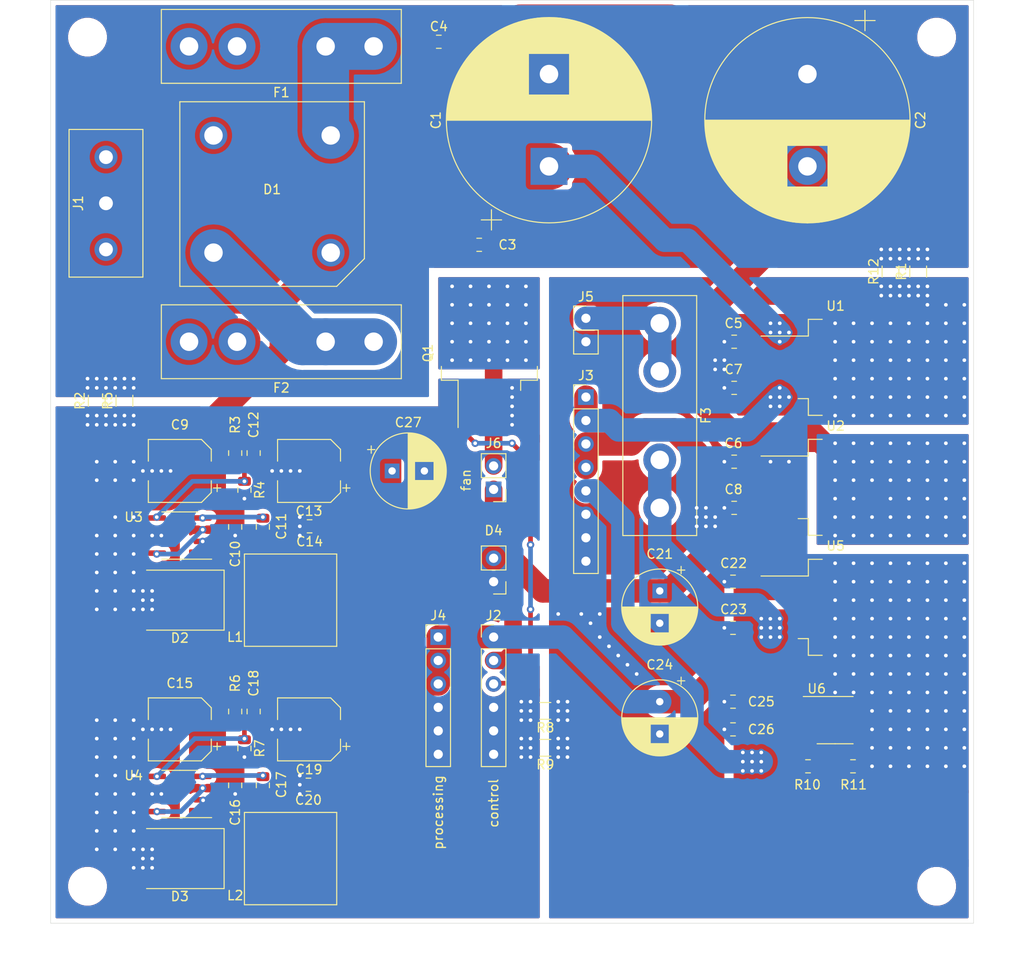
<source format=kicad_pcb>
(kicad_pcb (version 20171130) (host pcbnew 5.1.5-52549c5~84~ubuntu18.04.1)
  (layers (0 F.Cu signal) (31 B.Cu signal) (34 B.Paste user) (35 F.Paste user) (36 B.SilkS user) (37 F.SilkS user) (38 B.Mask user) (39 F.Mask user) (44 Edge.Cuts user))
  (net 0 "")
  (net 1 GND)
  (net 2 /+20V)
  (net 3 /-20V)
  (net 4 GNDA)
  (net 5 /A+15V)
  (net 6 GNDD)
  (net 7 "Net-(C11-Pad2)")
  (net 8 "Net-(C11-Pad1)")
  (net 9 "Net-(C12-Pad2)")
  (net 10 /D+12V)
  (net 11 "Net-(C17-Pad2)")
  (net 12 "Net-(C17-Pad1)")
  (net 13 "Net-(C18-Pad2)")
  (net 14 /D+5V)
  (net 15 "Net-(C23-Pad1)")
  (net 16 /A+3.3V)
  (net 17 "Net-(D1-Pad4)")
  (net 18 "Net-(D1-Pad3)")
  (net 19 "Net-(F1-Pad2)")
  (net 20 "Net-(F2-Pad2)")
  (net 21 /A+9V)
  (net 22 /fan/fan_pwm)
  (net 23 /A-15V)
  (net 24 "Net-(J6-Pad2)")
  (net 25 "Net-(R10-Pad2)")
  (module bass_amplifier:M205_FUSE (layer F.Cu) (at 91 65 270)
    (fp_text reference F3 (at 0 -5 90) (layer F.SilkS))
    (fp_text value 0.5A)
    (pad 1 thru_hole circle (at -4.8 0 270) (size 3.556 3.556) (drill 2) (layers *.Cu *.Mask) (net 21 /A+9V))
    (pad 2 thru_hole circle (at 4.8 0 270) (size 3.556 3.556) (drill 2) (layers *.Cu *.Mask) (net 15 "Net-(C23-Pad1)"))
    (pad 2 thru_hole circle (at 10 0 270) (size 3.556 3.556) (drill 2) (layers *.Cu *.Mask) (net 15 "Net-(C23-Pad1)"))
    (pad 1 thru_hole circle (at -10 0 270) (size 3.556 3.556) (drill 2) (layers *.Cu *.Mask) (net 21 /A+9V))
  )
  (module Resistor_SMD:R_1206_3216Metric (layer F.Cu) (at 116 49.4 90)
    (fp_text reference R12 (at 0 -1.82 90) (layer F.SilkS))
    (fp_text value 0)
    (pad 2 smd roundrect (at 1.4 0 90) (size 1.25 1.75) (layers F.Cu F.Paste F.Mask) (roundrect_rratio 0.2) (net 1 GND))
    (pad 1 smd roundrect (at -1.4 0 90) (size 1.25 1.75) (layers F.Cu F.Paste F.Mask) (roundrect_rratio 0.2) (net 4 GNDA))
  )
  (module Package_TO_SOT_SMD:TO-263-2 (layer F.Cu) (at 110.05 59.775)
    (fp_text reference U1 (at 0 -6.65) (layer F.SilkS))
    (fp_text value MC7815)
    (pad 2 smd rect (at 3.375 0) (size 9.4 10.8) (layers F.Cu F.Mask) (net 4 GNDA))
    (pad 3 smd rect (at -5.775 2.54) (size 4.6 1.1) (layers F.Cu F.Paste F.Mask) (net 5 /A+15V))
    (pad 1 smd rect (at -5.775 -2.54) (size 4.6 1.1) (layers F.Cu F.Paste F.Mask) (net 2 /+20V))
  )
  (module Package_TO_SOT_SMD:TO-263-2 (layer F.Cu) (at 110.05 72.775)
    (fp_text reference U2 (at 0 -6.65) (layer F.SilkS))
    (fp_text value MC7915)
    (pad 2 smd rect (at 3.375 0) (size 9.4 10.8) (layers F.Cu F.Mask) (net 3 /-20V))
    (pad 3 smd rect (at -5.775 2.54) (size 4.6 1.1) (layers F.Cu F.Paste F.Mask) (net 23 /A-15V))
    (pad 1 smd rect (at -5.775 -2.54) (size 4.6 1.1) (layers F.Cu F.Paste F.Mask) (net 4 GNDA))
  )
  (module Package_TO_SOT_SMD:TO-263-2 (layer F.Cu) (at 110.05 85.775)
    (fp_text reference U5 (at 0 -6.65) (layer F.SilkS))
    (fp_text value MC7809)
    (pad 2 smd rect (at 3.375 0) (size 9.4 10.8) (layers F.Cu F.Mask) (net 4 GNDA))
    (pad 3 smd rect (at -5.775 2.54) (size 4.6 1.1) (layers F.Cu F.Paste F.Mask) (net 15 "Net-(C23-Pad1)"))
    (pad 1 smd rect (at -5.775 -2.54) (size 4.6 1.1) (layers F.Cu F.Paste F.Mask) (net 10 /D+12V))
  )
  (module bass_amplifier:transformer_connector (layer F.Cu) (at 31 42 90)
    (fp_text reference J1 (at 0 -3 90) (layer F.SilkS))
    (fp_text value Conn_01x03_Female)
    (pad 3 thru_hole circle (at 5 0 90) (size 2.5 2.5) (drill 1.5) (layers *.Cu *.Mask) (net 19 "Net-(F1-Pad2)"))
    (pad 2 thru_hole circle (at 0 0 90) (size 2.5 2.5) (drill 1.5) (layers *.Cu *.Mask) (net 1 GND))
    (pad 1 thru_hole circle (at -5 0 90) (size 2.5 2.5) (drill 1.5) (layers *.Cu *.Mask) (net 20 "Net-(F2-Pad2)"))
  )
  (module Package_SO:SOIC-8_3.9x4.9mm_P1.27mm (layer F.Cu) (at 110 98)
    (fp_text reference U6 (at -2 -3.4) (layer F.SilkS))
    (fp_text value MIC37152)
    (pad 8 smd roundrect (at 2.475 -1.905) (size 1.95 0.6) (layers F.Cu F.Paste F.Mask) (net 4 GNDA))
    (pad 7 smd roundrect (at 2.475 -0.635) (size 1.95 0.6) (layers F.Cu F.Paste F.Mask) (net 4 GNDA))
    (pad 6 smd roundrect (at 2.475 0.635) (size 1.95 0.6) (layers F.Cu F.Paste F.Mask) (net 4 GNDA))
    (pad 5 smd roundrect (at 2.475 1.905) (size 1.95 0.6) (layers F.Cu F.Paste F.Mask) (net 4 GNDA))
    (pad 4 smd roundrect (at -2.475 1.905) (size 1.95 0.6) (layers F.Cu F.Paste F.Mask) (net 25 "Net-(R10-Pad2)"))
    (pad 3 smd roundrect (at -2.475 0.635) (size 1.95 0.6) (layers F.Cu F.Paste F.Mask) (net 16 /A+3.3V))
    (pad 2 smd roundrect (at -2.475 -0.635) (size 1.95 0.6) (layers F.Cu F.Paste F.Mask) (net 14 /D+5V))
    (pad 1 smd roundrect (at -2.475 -1.905) (size 1.95 0.6) (layers F.Cu F.Paste F.Mask) (net 14 /D+5V))
  )
  (module Package_SO:SOIC-8_3.9x4.9mm_P1.27mm (layer F.Cu) (at 39 106 180)
    (fp_text reference U4 (at 5 2) (layer F.SilkS))
    (fp_text value MIC4684)
    (pad 8 smd roundrect (at 2.475 -1.905 180) (size 1.95 0.6) (layers F.Cu F.Paste F.Mask) (net 2 /+20V))
    (pad 7 smd roundrect (at 2.475 -0.635 180) (size 1.95 0.6) (layers F.Cu F.Paste F.Mask) (net 6 GNDD))
    (pad 6 smd roundrect (at 2.475 0.635 180) (size 1.95 0.6) (layers F.Cu F.Paste F.Mask) (net 6 GNDD))
    (pad 5 smd roundrect (at 2.475 1.905 180) (size 1.95 0.6) (layers F.Cu F.Paste F.Mask) (net 13 "Net-(C18-Pad2)"))
    (pad 4 smd roundrect (at -2.475 1.905 180) (size 1.95 0.6) (layers F.Cu F.Paste F.Mask) (net 12 "Net-(C17-Pad1)"))
    (pad 3 smd roundrect (at -2.475 0.635 180) (size 1.95 0.6) (layers F.Cu F.Paste F.Mask) (net 2 /+20V))
    (pad 2 smd roundrect (at -2.475 -0.635 180) (size 1.95 0.6) (layers F.Cu F.Paste F.Mask) (net 6 GNDD))
    (pad 1 smd roundrect (at -2.475 -1.905 180) (size 1.95 0.6) (layers F.Cu F.Paste F.Mask) (net 11 "Net-(C17-Pad2)"))
  )
  (module Package_SO:SOIC-8_3.9x4.9mm_P1.27mm (layer F.Cu) (at 39 78 180)
    (fp_text reference U3 (at 5 2) (layer F.SilkS))
    (fp_text value MIC4684)
    (pad 8 smd roundrect (at 2.475 -1.905 180) (size 1.95 0.6) (layers F.Cu F.Paste F.Mask) (net 2 /+20V))
    (pad 7 smd roundrect (at 2.475 -0.635 180) (size 1.95 0.6) (layers F.Cu F.Paste F.Mask) (net 6 GNDD))
    (pad 6 smd roundrect (at 2.475 0.635 180) (size 1.95 0.6) (layers F.Cu F.Paste F.Mask) (net 6 GNDD))
    (pad 5 smd roundrect (at 2.475 1.905 180) (size 1.95 0.6) (layers F.Cu F.Paste F.Mask) (net 9 "Net-(C12-Pad2)"))
    (pad 4 smd roundrect (at -2.475 1.905 180) (size 1.95 0.6) (layers F.Cu F.Paste F.Mask) (net 8 "Net-(C11-Pad1)"))
    (pad 3 smd roundrect (at -2.475 0.635 180) (size 1.95 0.6) (layers F.Cu F.Paste F.Mask) (net 2 /+20V))
    (pad 2 smd roundrect (at -2.475 -0.635 180) (size 1.95 0.6) (layers F.Cu F.Paste F.Mask) (net 6 GNDD))
    (pad 1 smd roundrect (at -2.475 -1.905 180) (size 1.95 0.6) (layers F.Cu F.Paste F.Mask) (net 7 "Net-(C11-Pad2)"))
  )
  (module Resistor_SMD:R_0805_2012Metric (layer F.Cu) (at 111.9375 103)
    (fp_text reference R11 (at 0.0625 2) (layer F.SilkS))
    (fp_text value 10k)
    (pad 2 smd roundrect (at 0.9375 0) (size 0.975 1.4) (layers F.Cu F.Paste F.Mask) (net 4 GNDA))
    (pad 1 smd roundrect (at -0.9375 0) (size 0.975 1.4) (layers F.Cu F.Paste F.Mask) (net 25 "Net-(R10-Pad2)"))
  )
  (module Resistor_SMD:R_0805_2012Metric (layer F.Cu) (at 107.0625 103)
    (fp_text reference R10 (at -0.0625 2) (layer F.SilkS))
    (fp_text value 16.5k)
    (pad 2 smd roundrect (at 0.9375 0) (size 0.975 1.4) (layers F.Cu F.Paste F.Mask) (net 25 "Net-(R10-Pad2)"))
    (pad 1 smd roundrect (at -0.9375 0) (size 0.975 1.4) (layers F.Cu F.Paste F.Mask) (net 16 /A+3.3V))
  )
  (module Resistor_SMD:R_1206_3216Metric (layer F.Cu) (at 78.6 101 180)
    (fp_text reference R9 (at 0 -1.82) (layer F.SilkS))
    (fp_text value 0)
    (pad 2 smd roundrect (at 1.4 0 180) (size 1.25 1.75) (layers F.Cu F.Paste F.Mask) (roundrect_rratio 0.2) (net 6 GNDD))
    (pad 1 smd roundrect (at -1.4 0 180) (size 1.25 1.75) (layers F.Cu F.Paste F.Mask) (roundrect_rratio 0.2) (net 4 GNDA))
  )
  (module Resistor_SMD:R_1206_3216Metric (layer F.Cu) (at 78.6 97 180)
    (fp_text reference R8 (at 0 -1.82) (layer F.SilkS))
    (fp_text value 0)
    (pad 2 smd roundrect (at 1.4 0 180) (size 1.25 1.75) (layers F.Cu F.Paste F.Mask) (roundrect_rratio 0.2) (net 6 GNDD))
    (pad 1 smd roundrect (at -1.4 0 180) (size 1.25 1.75) (layers F.Cu F.Paste F.Mask) (roundrect_rratio 0.2) (net 4 GNDA))
  )
  (module Resistor_SMD:R_0805_2012Metric (layer F.Cu) (at 46 101.0625 270)
    (fp_text reference R7 (at 0 -1.65 90) (layer F.SilkS))
    (fp_text value 976)
    (pad 2 smd roundrect (at 0.9375 0 270) (size 0.975 1.4) (layers F.Cu F.Paste F.Mask) (net 6 GNDD))
    (pad 1 smd roundrect (at -0.9375 0 270) (size 0.975 1.4) (layers F.Cu F.Paste F.Mask) (net 13 "Net-(C18-Pad2)"))
  )
  (module Resistor_SMD:R_0805_2012Metric (layer F.Cu) (at 45 97.0625 270)
    (fp_text reference R6 (at -3.0625 0 90) (layer F.SilkS))
    (fp_text value 3.01k)
    (pad 2 smd roundrect (at 0.9375 0 270) (size 0.975 1.4) (layers F.Cu F.Paste F.Mask) (net 13 "Net-(C18-Pad2)"))
    (pad 1 smd roundrect (at -0.9375 0 270) (size 0.975 1.4) (layers F.Cu F.Paste F.Mask) (net 14 /D+5V))
  )
  (module Resistor_SMD:R_1206_3216Metric (layer F.Cu) (at 33 63.4 90)
    (fp_text reference R5 (at 0 -1.82 90) (layer F.SilkS))
    (fp_text value 0)
    (pad 2 smd roundrect (at 1.4 0 90) (size 1.25 1.75) (layers F.Cu F.Paste F.Mask) (roundrect_rratio 0.2) (net 1 GND))
    (pad 1 smd roundrect (at -1.4 0 90) (size 1.25 1.75) (layers F.Cu F.Paste F.Mask) (roundrect_rratio 0.2) (net 6 GNDD))
  )
  (module Resistor_SMD:R_0805_2012Metric (layer F.Cu) (at 46 73.0625 270)
    (fp_text reference R4 (at 0 -1.65 90) (layer F.SilkS))
    (fp_text value 348)
    (pad 2 smd roundrect (at 0.9375 0 270) (size 0.975 1.4) (layers F.Cu F.Paste F.Mask) (net 6 GNDD))
    (pad 1 smd roundrect (at -0.9375 0 270) (size 0.975 1.4) (layers F.Cu F.Paste F.Mask) (net 9 "Net-(C12-Pad2)"))
  )
  (module Resistor_SMD:R_0805_2012Metric (layer F.Cu) (at 45 69.0625 270)
    (fp_text reference R3 (at -3.0625 0 90) (layer F.SilkS))
    (fp_text value 3.01k)
    (pad 2 smd roundrect (at 0.9375 0 270) (size 0.975 1.4) (layers F.Cu F.Paste F.Mask) (net 9 "Net-(C12-Pad2)"))
    (pad 1 smd roundrect (at -0.9375 0 270) (size 0.975 1.4) (layers F.Cu F.Paste F.Mask) (net 10 /D+12V))
  )
  (module Resistor_SMD:R_1206_3216Metric (layer F.Cu) (at 30 63.4 90)
    (fp_text reference R2 (at 0 -1.82 90) (layer F.SilkS))
    (fp_text value 0)
    (pad 2 smd roundrect (at 1.4 0 90) (size 1.25 1.75) (layers F.Cu F.Paste F.Mask) (roundrect_rratio 0.2) (net 1 GND))
    (pad 1 smd roundrect (at -1.4 0 90) (size 1.25 1.75) (layers F.Cu F.Paste F.Mask) (roundrect_rratio 0.2) (net 6 GNDD))
  )
  (module Resistor_SMD:R_1206_3216Metric (layer F.Cu) (at 119 49.4 90)
    (fp_text reference R1 (at 0 -1.82 90) (layer F.SilkS))
    (fp_text value 0)
    (pad 2 smd roundrect (at 1.4 0 90) (size 1.25 1.75) (layers F.Cu F.Paste F.Mask) (roundrect_rratio 0.2) (net 1 GND))
    (pad 1 smd roundrect (at -1.4 0 90) (size 1.25 1.75) (layers F.Cu F.Paste F.Mask) (roundrect_rratio 0.2) (net 4 GNDA))
  )
  (module Package_TO_SOT_SMD:TO-263-2 (layer F.Cu) (at 72.54 58.225 90)
    (fp_text reference Q1 (at 0 -6.65 90) (layer F.SilkS))
    (fp_text value PHB21N06LT)
    (pad 2 smd rect (at 3.375 0 90) (size 9.4 10.8) (layers F.Cu F.Mask) (net 24 "Net-(J6-Pad2)"))
    (pad 3 smd rect (at -5.775 2.54 90) (size 4.6 1.1) (layers F.Cu F.Paste F.Mask) (net 6 GNDD))
    (pad 1 smd rect (at -5.775 -2.54 90) (size 4.6 1.1) (layers F.Cu F.Paste F.Mask) (net 22 /fan/fan_pwm))
  )
  (module bass_amplifier:CDRH104RNP-680NC (layer F.Cu) (at 51 113 90)
    (fp_text reference L2 (at -4 -6 180) (layer F.SilkS))
    (fp_text value "68µH/Sumida CDRH104R-680MC")
    (pad 2 smd rect (at 0 4.65 90) (size 3.2 2) (layers F.Cu F.Paste F.Mask) (net 14 /D+5V))
    (pad 1 smd rect (at 0 -4.65 90) (size 3.2 2) (layers F.Cu F.Paste F.Mask) (net 11 "Net-(C17-Pad2)"))
  )
  (module bass_amplifier:CDRH104RNP-680NC (layer F.Cu) (at 51 85 90)
    (fp_text reference L1 (at -4 -6 180) (layer F.SilkS))
    (fp_text value "68µH/Sumida CDRH104R-680MC")
    (pad 2 smd rect (at 0 4.65 90) (size 3.2 2) (layers F.Cu F.Paste F.Mask) (net 10 /D+12V))
    (pad 1 smd rect (at 0 -4.65 90) (size 3.2 2) (layers F.Cu F.Paste F.Mask) (net 7 "Net-(C11-Pad2)"))
  )
  (module Connector_PinHeader_2.54mm:PinHeader_1x02_P2.54mm_Vertical (layer F.Cu) (at 73 73 180)
    (fp_text reference J6 (at 0 5) (layer F.SilkS))
    (fp_text value FAN)
    (pad 2 thru_hole oval (at 0 2.54 180) (size 1.7 1.7) (drill 1) (layers *.Cu *.Mask) (net 24 "Net-(J6-Pad2)"))
    (pad 1 thru_hole rect (at 0 0 180) (size 1.7 1.7) (drill 1) (layers *.Cu *.Mask) (net 10 /D+12V))
  )
  (module Connector_PinHeader_2.54mm:PinHeader_1x02_P2.54mm_Vertical (layer F.Cu) (at 83 54.46)
    (fp_text reference J5 (at 0 -2.33) (layer F.SilkS))
    (fp_text value pedals)
    (pad 2 thru_hole oval (at 0 2.54) (size 1.7 1.7) (drill 1) (layers *.Cu *.Mask) (net 4 GNDA))
    (pad 1 thru_hole rect (at 0 0) (size 1.7 1.7) (drill 1) (layers *.Cu *.Mask) (net 21 /A+9V))
  )
  (module Connector_PinHeader_2.54mm:PinHeader_1x06_P2.54mm_Vertical (layer F.Cu) (at 67 89)
    (fp_text reference J4 (at 0 -2.33) (layer F.SilkS))
    (fp_text value processing)
    (pad 6 thru_hole oval (at 0 12.7) (size 1.7 1.7) (drill 1) (layers *.Cu *.Mask) (net 6 GNDD))
    (pad 5 thru_hole oval (at 0 10.16) (size 1.7 1.7) (drill 1) (layers *.Cu *.Mask) (net 6 GNDD))
    (pad 4 thru_hole oval (at 0 7.62) (size 1.7 1.7) (drill 1) (layers *.Cu *.Mask) (net 6 GNDD))
    (pad 3 thru_hole oval (at 0 5.08) (size 1.7 1.7) (drill 1) (layers *.Cu *.Mask) (net 14 /D+5V))
    (pad 2 thru_hole oval (at 0 2.54) (size 1.7 1.7) (drill 1) (layers *.Cu *.Mask) (net 14 /D+5V))
    (pad 1 thru_hole rect (at 0 0) (size 1.7 1.7) (drill 1) (layers *.Cu *.Mask) (net 14 /D+5V))
  )
  (module Connector_PinHeader_2.54mm:PinHeader_1x08_P2.54mm_Vertical (layer F.Cu) (at 83 63)
    (fp_text reference J3 (at 0 -2.33) (layer F.SilkS))
    (fp_text value processing)
    (pad 8 thru_hole oval (at 0 17.78) (size 1.7 1.7) (drill 1) (layers *.Cu *.Mask) (net 4 GNDA))
    (pad 7 thru_hole oval (at 0 15.24) (size 1.7 1.7) (drill 1) (layers *.Cu *.Mask) (net 4 GNDA))
    (pad 6 thru_hole oval (at 0 12.7) (size 1.7 1.7) (drill 1) (layers *.Cu *.Mask) (net 4 GNDA))
    (pad 5 thru_hole oval (at 0 10.16) (size 1.7 1.7) (drill 1) (layers *.Cu *.Mask) (net 16 /A+3.3V))
    (pad 4 thru_hole oval (at 0 7.62) (size 1.7 1.7) (drill 1) (layers *.Cu *.Mask) (net 23 /A-15V))
    (pad 3 thru_hole oval (at 0 5.08) (size 1.7 1.7) (drill 1) (layers *.Cu *.Mask) (net 23 /A-15V))
    (pad 2 thru_hole oval (at 0 2.54) (size 1.7 1.7) (drill 1) (layers *.Cu *.Mask) (net 5 /A+15V))
    (pad 1 thru_hole rect (at 0 0) (size 1.7 1.7) (drill 1) (layers *.Cu *.Mask) (net 5 /A+15V))
  )
  (module Connector_PinHeader_2.54mm:PinHeader_1x06_P2.54mm_Vertical (layer F.Cu) (at 73 89)
    (fp_text reference J2 (at 0 -2.33) (layer F.SilkS))
    (fp_text value "control board")
    (pad 6 thru_hole oval (at 0 12.7) (size 1.7 1.7) (drill 1) (layers *.Cu *.Mask) (net 6 GNDD))
    (pad 5 thru_hole oval (at 0 10.16) (size 1.7 1.7) (drill 1) (layers *.Cu *.Mask) (net 6 GNDD))
    (pad 4 thru_hole oval (at 0 7.62) (size 1.7 1.7) (drill 1) (layers *.Cu *.Mask) (net 6 GNDD))
    (pad 3 thru_hole oval (at 0 5.08) (size 1.7 1.7) (drill 1) (layers *.Cu *.Mask) (net 22 /fan/fan_pwm))
    (pad 2 thru_hole oval (at 0 2.54) (size 1.7 1.7) (drill 1) (layers *.Cu *.Mask) (net 10 /D+12V))
    (pad 1 thru_hole rect (at 0 0) (size 1.7 1.7) (drill 1) (layers *.Cu *.Mask) (net 14 /D+5V))
  )
  (module bass_amplifier:M205_FUSE (layer F.Cu) (at 50 57 180)
    (fp_text reference F2 (at 0 -5) (layer F.SilkS))
    (fp_text value 1.5A)
    (pad 1 thru_hole circle (at -4.8 0 180) (size 4 4) (drill 2) (layers *.Cu *.Mask) (net 18 "Net-(D1-Pad3)"))
    (pad 2 thru_hole circle (at 4.8 0 180) (size 4 4) (drill 2) (layers *.Cu *.Mask) (net 20 "Net-(F2-Pad2)"))
    (pad 2 thru_hole circle (at 10 0 180) (size 4 4) (drill 2) (layers *.Cu *.Mask) (net 20 "Net-(F2-Pad2)"))
    (pad 1 thru_hole circle (at -10 0 180) (size 4 4) (drill 2) (layers *.Cu *.Mask) (net 18 "Net-(D1-Pad3)"))
  )
  (module bass_amplifier:M205_FUSE (layer F.Cu) (at 50 25 180)
    (fp_text reference F1 (at 0 -5) (layer F.SilkS))
    (fp_text value 1.5A)
    (pad 1 thru_hole circle (at -4.8 0 180) (size 4 4) (drill 2) (layers *.Cu *.Mask) (net 17 "Net-(D1-Pad4)"))
    (pad 2 thru_hole circle (at 4.8 0 180) (size 4 4) (drill 2) (layers *.Cu *.Mask) (net 19 "Net-(F1-Pad2)"))
    (pad 2 thru_hole circle (at 10 0 180) (size 4 4) (drill 2) (layers *.Cu *.Mask) (net 19 "Net-(F1-Pad2)"))
    (pad 1 thru_hole circle (at -10 0 180) (size 4 4) (drill 2) (layers *.Cu *.Mask) (net 17 "Net-(D1-Pad4)"))
  )
  (module Connector_PinHeader_2.54mm:PinHeader_1x02_P2.54mm_Vertical (layer F.Cu) (at 73 83 180)
    (fp_text reference D4 (at 0 5.54) (layer F.SilkS))
    (fp_text value LED)
    (pad 2 thru_hole oval (at 0 2.54 180) (size 1.7 1.7) (drill 1) (layers *.Cu *.Mask) (net 10 /D+12V))
    (pad 1 thru_hole rect (at 0 0 180) (size 1.7 1.7) (drill 1) (layers *.Cu *.Mask) (net 6 GNDD))
  )
  (module Diode_SMD:D_SMC (layer F.Cu) (at 39 113 180)
    (fp_text reference D3 (at 0 -4.1) (layer F.SilkS))
    (fp_text value SS34/40V/4A)
    (pad 2 smd rect (at 3.4 0 270) (size 3.3 2.5) (layers F.Cu F.Paste F.Mask) (net 6 GNDD))
    (pad 1 smd rect (at -3.4 0 270) (size 3.3 2.5) (layers F.Cu F.Paste F.Mask) (net 11 "Net-(C17-Pad2)"))
  )
  (module Diode_SMD:D_SMC (layer F.Cu) (at 39 85 180)
    (fp_text reference D2 (at 0 -4.1) (layer F.SilkS))
    (fp_text value SS34/40V/4A)
    (pad 2 smd rect (at 3.4 0 270) (size 3.3 2.5) (layers F.Cu F.Paste F.Mask) (net 6 GNDD))
    (pad 1 smd rect (at -3.4 0 270) (size 3.3 2.5) (layers F.Cu F.Paste F.Mask) (net 7 "Net-(C11-Pad2)"))
  )
  (module bass_amplifier:BR81 (layer F.Cu) (at 49 41 180)
    (fp_text reference D1 (at 0 0.5) (layer F.SilkS))
    (fp_text value BR81)
    (pad 4 thru_hole circle (at -6.35 6.35 180) (size 3 3) (drill 2) (layers *.Cu *.Mask) (net 17 "Net-(D1-Pad4)"))
    (pad 2 thru_hole circle (at 6.35 6.35 180) (size 3 3) (drill 2) (layers *.Cu *.Mask) (net 3 /-20V))
    (pad 3 thru_hole circle (at 6.35 -6.35 180) (size 3 3) (drill 2) (layers *.Cu *.Mask) (net 18 "Net-(D1-Pad3)"))
    (pad 1 thru_hole circle (at -6.35 -6.35 180) (size 3 3) (drill 2) (layers *.Cu *.Mask) (net 2 /+20V))
  )
  (module Capacitor_THT:CP_Radial_D8.0mm_P3.50mm (layer F.Cu) (at 62 71)
    (fp_text reference C27 (at 1.75 -5.25) (layer F.SilkS))
    (fp_text value 470µF/16V)
    (pad 2 thru_hole circle (at 3.5 0) (size 1.6 1.6) (drill 0.8) (layers *.Cu *.Mask) (net 6 GNDD))
    (pad 1 thru_hole rect (at 0 0) (size 1.6 1.6) (drill 0.8) (layers *.Cu *.Mask) (net 10 /D+12V))
  )
  (module Capacitor_SMD:C_0805_2012Metric (layer F.Cu) (at 98.9375 99 180)
    (fp_text reference C26 (at -3.0625 0) (layer F.SilkS))
    (fp_text value 47µF/6.3V)
    (pad 2 smd roundrect (at 0.9375 0 180) (size 0.975 1.4) (layers F.Cu F.Paste F.Mask) (net 4 GNDA))
    (pad 1 smd roundrect (at -0.9375 0 180) (size 0.975 1.4) (layers F.Cu F.Paste F.Mask) (net 16 /A+3.3V))
  )
  (module Capacitor_SMD:C_0805_2012Metric (layer F.Cu) (at 98.9375 96 180)
    (fp_text reference C25 (at -3.0625 0) (layer F.SilkS))
    (fp_text value 1µF/35V)
    (pad 2 smd roundrect (at 0.9375 0 180) (size 0.975 1.4) (layers F.Cu F.Paste F.Mask) (net 4 GNDA))
    (pad 1 smd roundrect (at -0.9375 0 180) (size 0.975 1.4) (layers F.Cu F.Paste F.Mask) (net 14 /D+5V))
  )
  (module Capacitor_THT:CP_Radial_D8.0mm_P3.50mm (layer F.Cu) (at 91 96 270)
    (fp_text reference C24 (at -4 0 180) (layer F.SilkS))
    (fp_text value 470µF/16V)
    (pad 2 thru_hole circle (at 3.5 0 270) (size 1.6 1.6) (drill 0.8) (layers *.Cu *.Mask) (net 4 GNDA))
    (pad 1 thru_hole rect (at 0 0 270) (size 1.6 1.6) (drill 0.8) (layers *.Cu *.Mask) (net 14 /D+5V))
  )
  (module Capacitor_SMD:C_0805_2012Metric (layer F.Cu) (at 98.9375 88 180)
    (fp_text reference C23 (at -0.0625 2) (layer F.SilkS))
    (fp_text value "2.2µF/25V/UL ESR")
    (pad 2 smd roundrect (at 0.9375 0 180) (size 0.975 1.4) (layers F.Cu F.Paste F.Mask) (net 4 GNDA))
    (pad 1 smd roundrect (at -0.9375 0 180) (size 0.975 1.4) (layers F.Cu F.Paste F.Mask) (net 15 "Net-(C23-Pad1)"))
  )
  (module Capacitor_SMD:C_0805_2012Metric (layer F.Cu) (at 98.9375 83 180)
    (fp_text reference C22 (at -0.0625 2) (layer F.SilkS))
    (fp_text value "2.2µF/25V/UL ESR")
    (pad 2 smd roundrect (at 0.9375 0 180) (size 0.975 1.4) (layers F.Cu F.Paste F.Mask) (net 4 GNDA))
    (pad 1 smd roundrect (at -0.9375 0 180) (size 0.975 1.4) (layers F.Cu F.Paste F.Mask) (net 10 /D+12V))
  )
  (module Capacitor_THT:CP_Radial_D8.0mm_P3.50mm (layer F.Cu) (at 91 84 270)
    (fp_text reference C21 (at -4 0 180) (layer F.SilkS))
    (fp_text value 470µF/16V)
    (pad 2 thru_hole circle (at 3.5 0 270) (size 1.6 1.6) (drill 0.8) (layers *.Cu *.Mask) (net 4 GNDA))
    (pad 1 thru_hole rect (at 0 0 270) (size 1.6 1.6) (drill 0.8) (layers *.Cu *.Mask) (net 10 /D+12V))
  )
  (module Capacitor_SMD:C_0805_2012Metric (layer F.Cu) (at 52.9375 105 180)
    (fp_text reference C20 (at 0 -1.65) (layer F.SilkS))
    (fp_text value "2.2µF/25V/UL ESR")
    (pad 2 smd roundrect (at 0.9375 0 180) (size 0.975 1.4) (layers F.Cu F.Paste F.Mask) (net 6 GNDD))
    (pad 1 smd roundrect (at -0.9375 0 180) (size 0.975 1.4) (layers F.Cu F.Paste F.Mask) (net 14 /D+5V))
  )
  (module Capacitor_SMD:CP_Elec_6.3x7.7 (layer F.Cu) (at 53 99 180)
    (fp_text reference C19 (at 0 -4.35) (layer F.SilkS))
    (fp_text value 330µF/6.3V/160mOhm)
    (pad 2 smd roundrect (at 2.7 0 180) (size 3.5 1.6) (layers F.Cu F.Paste F.Mask) (roundrect_rratio 0.15625) (net 6 GNDD))
    (pad 1 smd roundrect (at -2.7 0 180) (size 3.5 1.6) (layers F.Cu F.Paste F.Mask) (roundrect_rratio 0.15625) (net 14 /D+5V))
  )
  (module Capacitor_SMD:C_0805_2012Metric (layer F.Cu) (at 47 97.0625 270)
    (fp_text reference C18 (at -3.0625 0 90) (layer F.SilkS))
    (fp_text value 0.1µF)
    (pad 2 smd roundrect (at 0.9375 0 270) (size 0.975 1.4) (layers F.Cu F.Paste F.Mask) (net 13 "Net-(C18-Pad2)"))
    (pad 1 smd roundrect (at -0.9375 0 270) (size 0.975 1.4) (layers F.Cu F.Paste F.Mask) (net 14 /D+5V))
  )
  (module Capacitor_SMD:C_0805_2012Metric (layer F.Cu) (at 48 105.0625 270)
    (fp_text reference C17 (at -0.0625 -2 270) (layer F.SilkS))
    (fp_text value 0.33µF)
    (pad 2 smd roundrect (at 0.9375 0 270) (size 0.975 1.4) (layers F.Cu F.Paste F.Mask) (net 11 "Net-(C17-Pad2)"))
    (pad 1 smd roundrect (at -0.9375 0 270) (size 0.975 1.4) (layers F.Cu F.Paste F.Mask) (net 12 "Net-(C17-Pad1)"))
  )
  (module Capacitor_SMD:C_0805_2012Metric (layer F.Cu) (at 45 105.0625 270)
    (fp_text reference C16 (at 2.9375 0 270) (layer F.SilkS))
    (fp_text value 1µF/35V)
    (pad 2 smd roundrect (at 0.9375 0 270) (size 0.975 1.4) (layers F.Cu F.Paste F.Mask) (net 6 GNDD))
    (pad 1 smd roundrect (at -0.9375 0 270) (size 0.975 1.4) (layers F.Cu F.Paste F.Mask) (net 2 /+20V))
  )
  (module Capacitor_SMD:CP_Elec_6.3x7.7 (layer F.Cu) (at 39 99 180)
    (fp_text reference C15 (at 0 5) (layer F.SilkS))
    (fp_text value 33µF/35V/260mOhm)
    (pad 2 smd roundrect (at 2.7 0 180) (size 3.5 1.6) (layers F.Cu F.Paste F.Mask) (roundrect_rratio 0.15625) (net 6 GNDD))
    (pad 1 smd roundrect (at -2.7 0 180) (size 3.5 1.6) (layers F.Cu F.Paste F.Mask) (roundrect_rratio 0.15625) (net 2 /+20V))
  )
  (module Capacitor_SMD:C_0805_2012Metric (layer F.Cu) (at 53.0625 77 180)
    (fp_text reference C14 (at 0 -1.65) (layer F.SilkS))
    (fp_text value "2.2µF/25V/UL ESR")
    (pad 2 smd roundrect (at 0.9375 0 180) (size 0.975 1.4) (layers F.Cu F.Paste F.Mask) (net 6 GNDD))
    (pad 1 smd roundrect (at -0.9375 0 180) (size 0.975 1.4) (layers F.Cu F.Paste F.Mask) (net 10 /D+12V))
  )
  (module Capacitor_SMD:CP_Elec_6.3x7.7 (layer F.Cu) (at 53 71 180)
    (fp_text reference C13 (at 0 -4.35) (layer F.SilkS))
    (fp_text value 330µF/6.3V/160mOhm)
    (pad 2 smd roundrect (at 2.7 0 180) (size 3.5 1.6) (layers F.Cu F.Paste F.Mask) (roundrect_rratio 0.15625) (net 6 GNDD))
    (pad 1 smd roundrect (at -2.7 0 180) (size 3.5 1.6) (layers F.Cu F.Paste F.Mask) (roundrect_rratio 0.15625) (net 10 /D+12V))
  )
  (module Capacitor_SMD:C_0805_2012Metric (layer F.Cu) (at 47 69.0625 270)
    (fp_text reference C12 (at -3.0625 0 90) (layer F.SilkS))
    (fp_text value 0.1µF)
    (pad 2 smd roundrect (at 0.9375 0 270) (size 0.975 1.4) (layers F.Cu F.Paste F.Mask) (net 9 "Net-(C12-Pad2)"))
    (pad 1 smd roundrect (at -0.9375 0 270) (size 0.975 1.4) (layers F.Cu F.Paste F.Mask) (net 10 /D+12V))
  )
  (module Capacitor_SMD:C_0805_2012Metric (layer F.Cu) (at 48 77.0625 270)
    (fp_text reference C11 (at -0.0625 -2 270) (layer F.SilkS))
    (fp_text value 0.33µF)
    (pad 2 smd roundrect (at 0.9375 0 270) (size 0.975 1.4) (layers F.Cu F.Paste F.Mask) (net 7 "Net-(C11-Pad2)"))
    (pad 1 smd roundrect (at -0.9375 0 270) (size 0.975 1.4) (layers F.Cu F.Paste F.Mask) (net 8 "Net-(C11-Pad1)"))
  )
  (module Capacitor_SMD:C_0805_2012Metric (layer F.Cu) (at 45 77.0625 270)
    (fp_text reference C10 (at 2.9375 0 270) (layer F.SilkS))
    (fp_text value 1µF/35V)
    (pad 2 smd roundrect (at 0.9375 0 270) (size 0.975 1.4) (layers F.Cu F.Paste F.Mask) (net 6 GNDD))
    (pad 1 smd roundrect (at -0.9375 0 270) (size 0.975 1.4) (layers F.Cu F.Paste F.Mask) (net 2 /+20V))
  )
  (module Capacitor_SMD:CP_Elec_6.3x7.7 (layer F.Cu) (at 39 71 180)
    (fp_text reference C9 (at 0 5) (layer F.SilkS))
    (fp_text value 33µF/35V/260mOhm)
    (pad 2 smd roundrect (at 2.7 0 180) (size 3.5 1.6) (layers F.Cu F.Paste F.Mask) (roundrect_rratio 0.15625) (net 6 GNDD))
    (pad 1 smd roundrect (at -2.7 0 180) (size 3.5 1.6) (layers F.Cu F.Paste F.Mask) (roundrect_rratio 0.15625) (net 2 /+20V))
  )
  (module Capacitor_SMD:C_0805_2012Metric (layer F.Cu) (at 99.0625 75)
    (fp_text reference C8 (at -0.0625 -2) (layer F.SilkS))
    (fp_text value "2.2µF/25V/UL ESR")
    (pad 2 smd roundrect (at 0.9375 0) (size 0.975 1.4) (layers F.Cu F.Paste F.Mask) (net 23 /A-15V))
    (pad 1 smd roundrect (at -0.9375 0) (size 0.975 1.4) (layers F.Cu F.Paste F.Mask) (net 4 GNDA))
  )
  (module Capacitor_SMD:C_0805_2012Metric (layer F.Cu) (at 99.0625 62 180)
    (fp_text reference C7 (at 0.0625 2) (layer F.SilkS))
    (fp_text value "2.2µF/25V/UL ESR")
    (pad 2 smd roundrect (at 0.9375 0 180) (size 0.975 1.4) (layers F.Cu F.Paste F.Mask) (net 4 GNDA))
    (pad 1 smd roundrect (at -0.9375 0 180) (size 0.975 1.4) (layers F.Cu F.Paste F.Mask) (net 5 /A+15V))
  )
  (module Capacitor_SMD:C_0805_2012Metric (layer F.Cu) (at 99.0625 70)
    (fp_text reference C6 (at -0.0625 -2) (layer F.SilkS))
    (fp_text value 1µF/35V)
    (pad 2 smd roundrect (at 0.9375 0) (size 0.975 1.4) (layers F.Cu F.Paste F.Mask) (net 3 /-20V))
    (pad 1 smd roundrect (at -0.9375 0) (size 0.975 1.4) (layers F.Cu F.Paste F.Mask) (net 4 GNDA))
  )
  (module Capacitor_SMD:C_0805_2012Metric (layer F.Cu) (at 99.0625 57 180)
    (fp_text reference C5 (at 0.0625 2) (layer F.SilkS))
    (fp_text value 1µF/35V)
    (pad 2 smd roundrect (at 0.9375 0 180) (size 0.975 1.4) (layers F.Cu F.Paste F.Mask) (net 4 GNDA))
    (pad 1 smd roundrect (at -0.9375 0 180) (size 0.975 1.4) (layers F.Cu F.Paste F.Mask) (net 2 /+20V))
  )
  (module Capacitor_SMD:C_0805_2012Metric (layer F.Cu) (at 67.0625 24.5)
    (fp_text reference C4 (at 0 -1.65) (layer F.SilkS))
    (fp_text value 1µF/35V)
    (pad 1 smd roundrect (at -0.9375 0) (size 0.975 1.4) (layers F.Cu F.Paste F.Mask) (net 1 GND))
    (pad 2 smd roundrect (at 0.9375 0) (size 0.975 1.4) (layers F.Cu F.Paste F.Mask) (net 3 /-20V))
  )
  (module Capacitor_SMD:C_0805_2012Metric (layer F.Cu) (at 71.4375 46.5)
    (fp_text reference C3 (at 3.0625 0) (layer F.SilkS))
    (fp_text value 1µF/35V)
    (pad 1 smd roundrect (at -0.9375 0) (size 0.975 1.4) (layers F.Cu F.Paste F.Mask) (net 2 /+20V))
    (pad 2 smd roundrect (at 0.9375 0) (size 0.975 1.4) (layers F.Cu F.Paste F.Mask) (net 1 GND))
  )
  (module Capacitor_THT:CP_Radial_D22.0mm_P10.00mm_SnapIn (layer F.Cu) (at 107 28 270)
    (fp_text reference C2 (at 5 -12.25 90) (layer F.SilkS))
    (fp_text value 10000µF/35V)
    (pad 2 thru_hole circle (at 10 0 270) (size 4 4) (drill 2) (layers *.Cu *.Mask) (net 3 /-20V))
    (pad 1 thru_hole rect (at 0 0 270) (size 4 4) (drill 2) (layers *.Cu *.Mask) (net 1 GND))
  )
  (module Capacitor_THT:CP_Radial_D22.0mm_P10.00mm_SnapIn (layer F.Cu) (at 79 38 90)
    (fp_text reference C1 (at 5 -12.25 90) (layer F.SilkS))
    (fp_text value 10000µF/35V)
    (pad 2 thru_hole circle (at 10 0 90) (size 4 4) (drill 2) (layers *.Cu *.Mask) (net 1 GND))
    (pad 1 thru_hole rect (at 0 0 90) (size 4 4) (drill 2) (layers *.Cu *.Mask) (net 2 /+20V))
  )
  (module MountingHole:MountingHole_3.2mm_M3 (layer F.Cu) (at 121 116)
    (fp_text reference REF** hide)
    (fp_text value MountingHole_3.2mm_M3)
    (pad 1 np_thru_hole circle (at 0 0) (size 3.2 3.2) (drill 3.2) (layers *.Cu *.Mask))
  )
  (module MountingHole:MountingHole_3.2mm_M3 (layer F.Cu) (at 29 116)
    (fp_text reference REF** hide)
    (fp_text value MountingHole_3.2mm_M3)
    (pad 1 np_thru_hole circle (at 0 0) (size 3.2 3.2) (drill 3.2) (layers *.Cu *.Mask))
  )
  (module MountingHole:MountingHole_3.2mm_M3 (layer F.Cu) (at 121 24)
    (fp_text reference REF** hide)
    (fp_text value MountingHole_3.2mm_M3)
    (pad 1 np_thru_hole circle (at 0 0) (size 3.2 3.2) (drill 3.2) (layers *.Cu *.Mask))
  )
  (module MountingHole:MountingHole_3.2mm_M3 (layer F.Cu) (at 29 24)
    (fp_text reference REF** hide)
    (fp_text value MountingHole_3.2mm_M3)
    (pad 1 np_thru_hole circle (at 0 0) (size 3.2 3.2) (drill 3.2) (layers *.Cu *.Mask))
  )
  (gr_text control (at 73 107 90) (layer F.SilkS) (effects (font (size 1 1))))
  (gr_text fan (at 70 72 90) (layer F.SilkS) (effects (font (size 1 1))))
  (gr_text processing (at 67 108 90) (layer F.SilkS) (effects (font (size 1 1))))
  (gr_line (start 125 120) (end 25 120) (layer Edge.Cuts) (width 0.05))
  (gr_line (start 125 20) (end 125 120) (layer Edge.Cuts) (width 0.05))
  (gr_line (start 25 20) (end 25 120) (layer Edge.Cuts) (width 0.05))
  (gr_line (start 25 20) (end 125 20) (layer Edge.Cuts) (width 0.05))
  (via (at 104 62) (size 0.8) (drill 0.4) (layers F.Cu B.Cu) (net 5))
  (via (at 104 57) (size 0.8) (drill 0.4) (layers F.Cu B.Cu) (net 2))
  (via (at 104 88) (size 0.8) (drill 0.4) (layers F.Cu B.Cu) (net 15))
  (via (at 102 88) (size 0.8) (drill 0.4) (layers F.Cu B.Cu) (net 15))
  (via (at 103 88) (size 0.8) (drill 0.4) (layers F.Cu B.Cu) (net 15))
  (via (at 115 51) (size 0.8) (drill 0.4) (layers F.Cu B.Cu) (net 4))
  (via (at 34 78) (size 0.8) (drill 0.4) (layers F.Cu B.Cu) (net 6))
  (via (at 32 78) (size 0.8) (drill 0.4) (layers F.Cu B.Cu) (net 6))
  (via (at 30 78) (size 0.8) (drill 0.4) (layers F.Cu B.Cu) (net 6))
  (via (at 30 80) (size 0.8) (drill 0.4) (layers F.Cu B.Cu) (net 6))
  (via (at 32 80) (size 0.8) (drill 0.4) (layers F.Cu B.Cu) (net 6))
  (via (at 34 80) (size 0.8) (drill 0.4) (layers F.Cu B.Cu) (net 6))
  (via (at 34 82) (size 0.8) (drill 0.4) (layers F.Cu B.Cu) (net 6))
  (via (at 32 82) (size 0.8) (drill 0.4) (layers F.Cu B.Cu) (net 6))
  (via (at 30 82) (size 0.8) (drill 0.4) (layers F.Cu B.Cu) (net 6))
  (via (at 30 84) (size 0.8) (drill 0.4) (layers F.Cu B.Cu) (net 6))
  (via (at 32 84) (size 0.8) (drill 0.4) (layers F.Cu B.Cu) (net 6))
  (via (at 34 84) (size 0.8) (drill 0.4) (layers F.Cu B.Cu) (net 6))
  (via (at 34 86) (size 0.8) (drill 0.4) (layers F.Cu B.Cu) (net 6))
  (via (at 32 86) (size 0.8) (drill 0.4) (layers F.Cu B.Cu) (net 6))
  (via (at 30 86) (size 0.8) (drill 0.4) (layers F.Cu B.Cu) (net 6))
  (via (at 32 76) (size 0.8) (drill 0.4) (layers F.Cu B.Cu) (net 6))
  (via (at 34 76) (size 0.8) (drill 0.4) (layers F.Cu B.Cu) (net 6))
  (via (at 34 72) (size 0.8) (drill 0.4) (layers F.Cu B.Cu) (net 6))
  (via (at 34 70) (size 0.8) (drill 0.4) (layers F.Cu B.Cu) (net 6))
  (via (at 32 70) (size 0.8) (drill 0.4) (layers F.Cu B.Cu) (net 6))
  (via (at 32 72) (size 0.8) (drill 0.4) (layers F.Cu B.Cu) (net 6))
  (via (at 30 72) (size 0.8) (drill 0.4) (layers F.Cu B.Cu) (net 6))
  (via (at 30 70) (size 0.8) (drill 0.4) (layers F.Cu B.Cu) (net 6))
  (via (at 34 104) (size 0.8) (drill 0.4) (layers F.Cu B.Cu) (net 6))
  (via (at 32 104) (size 0.8) (drill 0.4) (layers F.Cu B.Cu) (net 6))
  (via (at 32 106) (size 0.8) (drill 0.4) (layers F.Cu B.Cu) (net 6))
  (via (at 34 106) (size 0.8) (drill 0.4) (layers F.Cu B.Cu) (net 6))
  (via (at 34 108) (size 0.8) (drill 0.4) (layers F.Cu B.Cu) (net 6))
  (via (at 32 108) (size 0.8) (drill 0.4) (layers F.Cu B.Cu) (net 6))
  (via (at 32 110) (size 0.8) (drill 0.4) (layers F.Cu B.Cu) (net 6))
  (via (at 34 110) (size 0.8) (drill 0.4) (layers F.Cu B.Cu) (net 6))
  (via (at 34 112) (size 0.8) (drill 0.4) (layers F.Cu B.Cu) (net 6))
  (via (at 32 112) (size 0.8) (drill 0.4) (layers F.Cu B.Cu) (net 6))
  (via (at 34 114) (size 0.8) (drill 0.4) (layers F.Cu B.Cu) (net 6))
  (via (at 30 112) (size 0.8) (drill 0.4) (layers F.Cu B.Cu) (net 6))
  (via (at 30 110) (size 0.8) (drill 0.4) (layers F.Cu B.Cu) (net 6))
  (via (at 30 108) (size 0.8) (drill 0.4) (layers F.Cu B.Cu) (net 6))
  (via (at 30 106) (size 0.8) (drill 0.4) (layers F.Cu B.Cu) (net 6))
  (via (at 30 104) (size 0.8) (drill 0.4) (layers F.Cu B.Cu) (net 6))
  (via (at 30 102) (size 0.8) (drill 0.4) (layers F.Cu B.Cu) (net 6))
  (via (at 32 102) (size 0.8) (drill 0.4) (layers F.Cu B.Cu) (net 6))
  (via (at 34 102) (size 0.8) (drill 0.4) (layers F.Cu B.Cu) (net 6))
  (via (at 34 100) (size 0.8) (drill 0.4) (layers F.Cu B.Cu) (net 6))
  (via (at 32 100) (size 0.8) (drill 0.4) (layers F.Cu B.Cu) (net 6))
  (via (at 30 100) (size 0.8) (drill 0.4) (layers F.Cu B.Cu) (net 6))
  (via (at 34 98) (size 0.8) (drill 0.4) (layers F.Cu B.Cu) (net 6))
  (via (at 32 98) (size 0.8) (drill 0.4) (layers F.Cu B.Cu) (net 6))
  (via (at 30 98) (size 0.8) (drill 0.4) (layers F.Cu B.Cu) (net 6))
  (via (at 36 114) (size 0.8) (drill 0.4) (layers F.Cu B.Cu) (net 6))
  (via (at 35 114) (size 0.8) (drill 0.4) (layers F.Cu B.Cu) (net 6))
  (via (at 35 113) (size 0.8) (drill 0.4) (layers F.Cu B.Cu) (net 6))
  (via (at 36 113) (size 0.8) (drill 0.4) (layers F.Cu B.Cu) (net 6))
  (via (at 36 112) (size 0.8) (drill 0.4) (layers F.Cu B.Cu) (net 6))
  (via (at 35 112) (size 0.8) (drill 0.4) (layers F.Cu B.Cu) (net 6))
  (via (at 37 106) (size 0.8) (drill 0.4) (layers F.Cu B.Cu) (net 6))
  (via (at 36 106) (size 0.8) (drill 0.4) (layers F.Cu B.Cu) (net 6))
  (via (at 103 70) (size 0.8) (drill 0.4) (layers F.Cu B.Cu) (net 4))
  (via (at 105 70) (size 0.8) (drill 0.4) (layers F.Cu B.Cu) (net 4))
  (via (at 75 66) (size 0.8) (drill 0.4) (layers F.Cu B.Cu) (net 6))
  (via (at 75 65) (size 0.8) (drill 0.4) (layers F.Cu B.Cu) (net 6))
  (via (at 75 64) (size 0.8) (drill 0.4) (layers F.Cu B.Cu) (net 6))
  (via (at 75 63) (size 0.8) (drill 0.4) (layers F.Cu B.Cu) (net 6))
  (via (at 75 62) (size 0.8) (drill 0.4) (layers F.Cu B.Cu) (net 6))
  (via (at 68.5 59) (size 0.8) (drill 0.4) (layers F.Cu B.Cu) (net 24))
  (via (at 72.5 59) (size 0.8) (drill 0.4) (layers F.Cu B.Cu) (net 24))
  (via (at 76.5 59) (size 0.8) (drill 0.4) (layers F.Cu B.Cu) (net 24))
  (via (at 68.5 51) (size 0.8) (drill 0.4) (layers F.Cu B.Cu) (net 24))
  (via (at 72.5 55) (size 0.8) (drill 0.4) (layers F.Cu B.Cu) (net 24))
  (via (at 68.5 55) (size 0.8) (drill 0.4) (layers F.Cu B.Cu) (net 24))
  (via (at 76.5 55) (size 0.8) (drill 0.4) (layers F.Cu B.Cu) (net 24))
  (via (at 76.5 51) (size 0.8) (drill 0.4) (layers F.Cu B.Cu) (net 24))
  (via (at 72.5 51) (size 0.8) (drill 0.4) (layers F.Cu B.Cu) (net 24))
  (via (at 48 104) (size 0.8) (drill 0.4) (layers F.Cu B.Cu) (net 12))
  (via (at 46 102) (size 0.8) (drill 0.4) (layers F.Cu B.Cu) (net 6))
  (via (at 52 99) (size 0.8) (drill 0.4) (layers F.Cu B.Cu) (net 6))
  (via (at 51 99) (size 0.8) (drill 0.4) (layers F.Cu B.Cu) (net 6))
  (via (at 50 99) (size 0.8) (drill 0.4) (layers F.Cu B.Cu) (net 6))
  (via (at 49 99) (size 0.8) (drill 0.4) (layers F.Cu B.Cu) (net 6))
  (via (at 35 99) (size 0.8) (drill 0.4) (layers F.Cu B.Cu) (net 6))
  (via (at 36 99) (size 0.8) (drill 0.4) (layers F.Cu B.Cu) (net 6))
  (via (at 37 99) (size 0.8) (drill 0.4) (layers F.Cu B.Cu) (net 6))
  (via (at 38 99) (size 0.8) (drill 0.4) (layers F.Cu B.Cu) (net 6))
  (via (at 52 104) (size 0.8) (drill 0.4) (layers F.Cu B.Cu) (net 6))
  (via (at 52 106) (size 0.8) (drill 0.4) (layers F.Cu B.Cu) (net 6))
  (via (at 52 105) (size 0.8) (drill 0.4) (layers F.Cu B.Cu) (net 6))
  (via (at 38 71) (size 0.8) (drill 0.4) (layers F.Cu B.Cu) (net 6))
  (via (at 35 71) (size 0.8) (drill 0.4) (layers F.Cu B.Cu) (net 6))
  (via (at 36 71) (size 0.8) (drill 0.4) (layers F.Cu B.Cu) (net 6))
  (via (at 37 71) (size 0.8) (drill 0.4) (layers F.Cu B.Cu) (net 6))
  (via (at 35 86) (size 0.8) (drill 0.4) (layers F.Cu B.Cu) (net 6))
  (via (at 36 86) (size 0.8) (drill 0.4) (layers F.Cu B.Cu) (net 6))
  (via (at 36 85) (size 0.8) (drill 0.4) (layers F.Cu B.Cu) (net 6))
  (via (at 35 85) (size 0.8) (drill 0.4) (layers F.Cu B.Cu) (net 6))
  (via (at 35 84) (size 0.8) (drill 0.4) (layers F.Cu B.Cu) (net 6))
  (via (at 36 84) (size 0.8) (drill 0.4) (layers F.Cu B.Cu) (net 6))
  (via (at 36 78) (size 0.8) (drill 0.4) (layers F.Cu B.Cu) (net 6))
  (via (at 37 78) (size 0.8) (drill 0.4) (layers F.Cu B.Cu) (net 6))
  (via (at 52 76) (size 0.8) (drill 0.4) (layers F.Cu B.Cu) (net 6))
  (via (at 52 78) (size 0.8) (drill 0.4) (layers F.Cu B.Cu) (net 6))
  (via (at 52 77) (size 0.8) (drill 0.4) (layers F.Cu B.Cu) (net 6))
  (via (at 52 71) (size 0.8) (drill 0.4) (layers F.Cu B.Cu) (net 6))
  (via (at 49 71) (size 0.8) (drill 0.4) (layers F.Cu B.Cu) (net 6))
  (via (at 50 71) (size 0.8) (drill 0.4) (layers F.Cu B.Cu) (net 6))
  (via (at 51 71) (size 0.8) (drill 0.4) (layers F.Cu B.Cu) (net 6))
  (via (at 45 78) (size 0.8) (drill 0.4) (layers F.Cu B.Cu) (net 6))
  (via (at 46 74) (size 0.8) (drill 0.4) (layers F.Cu B.Cu) (net 6))
  (via (at 80 101) (size 0.8) (drill 0.4) (layers F.Cu B.Cu) (net 4))
  (via (at 77 101) (size 0.8) (drill 0.4) (layers F.Cu B.Cu) (net 6))
  (via (at 77 97) (size 0.8) (drill 0.4) (layers F.Cu B.Cu) (net 6))
  (via (at 80 97) (size 0.8) (drill 0.4) (layers F.Cu B.Cu) (net 4))
  (via (at 33 65) (size 0.8) (drill 0.4) (layers F.Cu B.Cu) (net 6))
  (via (at 30 65) (size 0.8) (drill 0.4) (layers F.Cu B.Cu) (net 6))
  (via (at 30 62) (size 0.8) (drill 0.4) (layers F.Cu B.Cu) (net 1))
  (via (at 33 62) (size 0.8) (drill 0.4) (layers F.Cu B.Cu) (net 1))
  (via (at 116 48) (size 0.8) (drill 0.4) (layers F.Cu B.Cu) (net 1))
  (via (at 116 51) (size 0.8) (drill 0.4) (layers F.Cu B.Cu) (net 4))
  (via (at 119 48) (size 0.8) (drill 0.4) (layers F.Cu B.Cu) (net 1))
  (via (at 118 47) (size 0.8) (drill 0.4) (layers F.Cu B.Cu) (net 1))
  (segment (start 119 48) (end 118 47) (width 0.25) (layer F.Cu) (net 1))
  (via (at 120 47) (size 0.8) (drill 0.4) (layers F.Cu B.Cu) (net 1))
  (via (at 120 48) (size 0.8) (drill 0.4) (layers F.Cu B.Cu) (net 1))
  (segment (start 120 47) (end 120 48) (width 0.25) (layer F.Cu) (net 1))
  (via (at 119 47) (size 0.8) (drill 0.4) (layers F.Cu B.Cu) (net 1))
  (segment (start 120 48) (end 119 47) (width 0.25) (layer B.Cu) (net 1))
  (segment (start 118 47) (end 119 47) (width 0.25) (layer B.Cu) (net 1))
  (segment (start 119 47) (end 120 47) (width 0.25) (layer B.Cu) (net 1))
  (via (at 118 48) (size 0.8) (drill 0.4) (layers F.Cu B.Cu) (net 1))
  (segment (start 119 48) (end 118 48) (width 0.25) (layer B.Cu) (net 1))
  (via (at 117 48) (size 0.8) (drill 0.4) (layers F.Cu B.Cu) (net 1))
  (segment (start 116 48) (end 117 48) (width 0.25) (layer F.Cu) (net 1))
  (via (at 117 47) (size 0.8) (drill 0.4) (layers F.Cu B.Cu) (net 1))
  (segment (start 117 48) (end 117 47) (width 0.25) (layer B.Cu) (net 1))
  (via (at 116 47) (size 0.8) (drill 0.4) (layers F.Cu B.Cu) (net 1))
  (segment (start 117 47) (end 116 47) (width 0.25) (layer F.Cu) (net 1))
  (via (at 115 47) (size 0.8) (drill 0.4) (layers F.Cu B.Cu) (net 1))
  (segment (start 116 47) (end 115 47) (width 0.25) (layer B.Cu) (net 1))
  (via (at 115 48) (size 0.8) (drill 0.4) (layers F.Cu B.Cu) (net 1))
  (segment (start 115 47) (end 115 48) (width 0.25) (layer F.Cu) (net 1))
  (via (at 29 62) (size 0.8) (drill 0.4) (layers F.Cu B.Cu) (net 1))
  (segment (start 30 62) (end 29 62) (width 0.25) (layer F.Cu) (net 1))
  (via (at 29 61) (size 0.8) (drill 0.4) (layers F.Cu B.Cu) (net 1))
  (segment (start 29 62) (end 29 61) (width 0.25) (layer B.Cu) (net 1))
  (via (at 30 61) (size 0.8) (drill 0.4) (layers F.Cu B.Cu) (net 1))
  (segment (start 29 61) (end 30 61) (width 0.25) (layer F.Cu) (net 1))
  (via (at 31 61) (size 0.8) (drill 0.4) (layers F.Cu B.Cu) (net 1))
  (segment (start 30 61) (end 31 61) (width 0.25) (layer B.Cu) (net 1))
  (via (at 31 62) (size 0.8) (drill 0.4) (layers F.Cu B.Cu) (net 1))
  (segment (start 31 61) (end 31 62) (width 0.25) (layer F.Cu) (net 1))
  (via (at 32 62) (size 0.8) (drill 0.4) (layers F.Cu B.Cu) (net 1))
  (segment (start 33 62) (end 32 62) (width 0.25) (layer B.Cu) (net 1))
  (via (at 32 61) (size 0.8) (drill 0.4) (layers F.Cu B.Cu) (net 1))
  (segment (start 32 62) (end 32 61) (width 0.25) (layer F.Cu) (net 1))
  (via (at 33 61) (size 0.8) (drill 0.4) (layers F.Cu B.Cu) (net 1))
  (segment (start 32 61) (end 33 61) (width 0.25) (layer B.Cu) (net 1))
  (via (at 34 61) (size 0.8) (drill 0.4) (layers F.Cu B.Cu) (net 1))
  (segment (start 33 61) (end 34 61) (width 0.25) (layer F.Cu) (net 1))
  (via (at 34 62) (size 0.8) (drill 0.4) (layers F.Cu B.Cu) (net 1))
  (segment (start 34 61) (end 34 62) (width 0.25) (layer B.Cu) (net 1))
  (segment (start 34 62) (end 34.399999 62.399999) (width 0.25) (layer F.Cu) (net 1))
  (via (at 36.5 80) (size 0.8) (drill 0.4) (layers F.Cu B.Cu) (net 2))
  (segment (start 36.525 79.905) (end 36.525 79.975) (width 0.508) (layer F.Cu) (net 2))
  (segment (start 36.525 79.975) (end 36.5 80) (width 0.508) (layer F.Cu) (net 2))
  (via (at 41.475 77.365) (size 0.8) (drill 0.4) (layers F.Cu B.Cu) (net 2))
  (segment (start 38.84 80) (end 41.475 77.365) (width 0.508) (layer B.Cu) (net 2))
  (segment (start 36.5 80) (end 38.84 80) (width 0.508) (layer B.Cu) (net 2))
  (segment (start 41.7 66.3) (end 50 58) (width 2.54) (layer F.Cu) (net 2))
  (segment (start 41.7 71) (end 41.7 66.3) (width 2.54) (layer F.Cu) (net 2))
  (segment (start 50 52.7) (end 55.35 47.35) (width 2.54) (layer F.Cu) (net 2))
  (segment (start 50 58) (end 50 52.7) (width 2.54) (layer F.Cu) (net 2))
  (segment (start 41.475 105.365) (end 41.475 105.475) (width 0.508) (layer F.Cu) (net 2))
  (segment (start 41.475 105.475) (end 41.5 105.5) (width 0.508) (layer F.Cu) (net 2))
  (via (at 36.525 107.905) (size 0.8) (drill 0.4) (layers F.Cu B.Cu) (net 2))
  (segment (start 41.5 105.5) (end 39.095 107.905) (width 0.508) (layer B.Cu) (net 2))
  (segment (start 39.095 107.905) (end 36.525 107.905) (width 0.508) (layer B.Cu) (net 2))
  (via (at 41.475 105.365) (size 0.8) (drill 0.4) (layers F.Cu B.Cu) (net 2))
  (segment (start 39.095 107.905) (end 41.100001 105.899999) (width 0.508) (layer B.Cu) (net 2))
  (segment (start 41.100001 105.899999) (end 41.5 105.5) (width 0.508) (layer B.Cu) (net 2))
  (segment (start 41.7 70.082464) (end 37.782464 74) (width 2.54) (layer F.Cu) (net 2))
  (segment (start 41.7 66.3) (end 41.7 70.082464) (width 2.54) (layer F.Cu) (net 2))
  (segment (start 37.782464 74) (end 30 74) (width 2.54) (layer F.Cu) (net 2))
  (segment (start 30 74) (end 27 77) (width 2.54) (layer F.Cu) (net 2))
  (segment (start 27 77) (end 27 90) (width 2.54) (layer F.Cu) (net 2))
  (segment (start 27 90) (end 33 96) (width 2.54) (layer F.Cu) (net 2))
  (segment (start 38.7 96) (end 41.7 99) (width 2.54) (layer F.Cu) (net 2))
  (segment (start 33 96) (end 38.7 96) (width 2.54) (layer F.Cu) (net 2))
  (segment (start 73 38) (end 79 38) (width 5.08) (layer F.Cu) (net 2))
  (segment (start 55.35 47.35) (end 63.65 47.35) (width 5.08) (layer F.Cu) (net 2))
  (segment (start 63.65 47.35) (end 73 38) (width 5.08) (layer F.Cu) (net 2))
  (segment (start 64.5 46.5) (end 63.65 47.35) (width 1.905) (layer F.Cu) (net 2))
  (segment (start 70.5 46.5) (end 64.5 46.5) (width 1.905) (layer F.Cu) (net 2))
  (segment (start 83.54 38) (end 91.54 46) (width 2.54) (layer B.Cu) (net 2))
  (segment (start 79 38) (end 83.54 38) (width 2.54) (layer B.Cu) (net 2))
  (via (at 103 55) (size 0.8) (drill 0.4) (layers F.Cu B.Cu) (net 2))
  (via (at 104 55) (size 0.8) (drill 0.4) (layers F.Cu B.Cu) (net 2))
  (via (at 105 56) (size 0.8) (drill 0.4) (layers F.Cu B.Cu) (net 2))
  (via (at 104 56) (size 0.8) (drill 0.4) (layers F.Cu B.Cu) (net 2))
  (via (at 103 56) (size 0.8) (drill 0.4) (layers F.Cu B.Cu) (net 2))
  (segment (start 91.54 46) (end 94 46) (width 2.54) (layer B.Cu) (net 2))
  (segment (start 94 46) (end 104 56) (width 2.54) (layer B.Cu) (net 2))
  (via (at 110 76) (size 0.8) (drill 0.4) (layers F.Cu B.Cu) (net 3))
  (via (at 110 78) (size 0.8) (drill 0.4) (layers F.Cu B.Cu) (net 3))
  (via (at 112 78) (size 0.8) (drill 0.4) (layers F.Cu B.Cu) (net 3))
  (via (at 112 76) (size 0.8) (drill 0.4) (layers F.Cu B.Cu) (net 3))
  (via (at 114 76) (size 0.8) (drill 0.4) (layers F.Cu B.Cu) (net 3))
  (via (at 114 78) (size 0.8) (drill 0.4) (layers F.Cu B.Cu) (net 3))
  (via (at 118 78) (size 0.8) (drill 0.4) (layers F.Cu B.Cu) (net 3))
  (via (at 116 78) (size 0.8) (drill 0.4) (layers F.Cu B.Cu) (net 3))
  (via (at 116 76) (size 0.8) (drill 0.4) (layers F.Cu B.Cu) (net 3))
  (via (at 118 76) (size 0.8) (drill 0.4) (layers F.Cu B.Cu) (net 3))
  (via (at 118 74) (size 0.8) (drill 0.4) (layers F.Cu B.Cu) (net 3))
  (via (at 116 74) (size 0.8) (drill 0.4) (layers F.Cu B.Cu) (net 3))
  (via (at 112 74) (size 0.8) (drill 0.4) (layers F.Cu B.Cu) (net 3))
  (via (at 110 74) (size 0.8) (drill 0.4) (layers F.Cu B.Cu) (net 3))
  (via (at 110 72) (size 0.8) (drill 0.4) (layers F.Cu B.Cu) (net 3))
  (via (at 112 72) (size 0.8) (drill 0.4) (layers F.Cu B.Cu) (net 3))
  (via (at 114 72) (size 0.8) (drill 0.4) (layers F.Cu B.Cu) (net 3))
  (via (at 116 72) (size 0.8) (drill 0.4) (layers F.Cu B.Cu) (net 3))
  (via (at 118 72) (size 0.8) (drill 0.4) (layers F.Cu B.Cu) (net 3))
  (via (at 118 70) (size 0.8) (drill 0.4) (layers F.Cu B.Cu) (net 3))
  (via (at 116 70) (size 0.8) (drill 0.4) (layers F.Cu B.Cu) (net 3))
  (via (at 114 70) (size 0.8) (drill 0.4) (layers F.Cu B.Cu) (net 3))
  (via (at 112 70) (size 0.8) (drill 0.4) (layers F.Cu B.Cu) (net 3))
  (via (at 110 70) (size 0.8) (drill 0.4) (layers F.Cu B.Cu) (net 3))
  (via (at 110 68) (size 0.8) (drill 0.4) (layers F.Cu B.Cu) (net 3))
  (via (at 112 68) (size 0.8) (drill 0.4) (layers F.Cu B.Cu) (net 3))
  (via (at 114 68) (size 0.8) (drill 0.4) (layers F.Cu B.Cu) (net 3))
  (via (at 116 68) (size 0.8) (drill 0.4) (layers F.Cu B.Cu) (net 3))
  (via (at 118 68) (size 0.8) (drill 0.4) (layers F.Cu B.Cu) (net 3))
  (via (at 120 68) (size 0.8) (drill 0.4) (layers F.Cu B.Cu) (net 3))
  (via (at 122 68) (size 0.8) (drill 0.4) (layers F.Cu B.Cu) (net 3))
  (via (at 124 68) (size 0.8) (drill 0.4) (layers F.Cu B.Cu) (net 3))
  (via (at 124 70) (size 0.8) (drill 0.4) (layers F.Cu B.Cu) (net 3))
  (via (at 122 70) (size 0.8) (drill 0.4) (layers F.Cu B.Cu) (net 3))
  (via (at 120 70) (size 0.8) (drill 0.4) (layers F.Cu B.Cu) (net 3))
  (via (at 120 72) (size 0.8) (drill 0.4) (layers F.Cu B.Cu) (net 3))
  (via (at 122 72) (size 0.8) (drill 0.4) (layers F.Cu B.Cu) (net 3))
  (via (at 124 72) (size 0.8) (drill 0.4) (layers F.Cu B.Cu) (net 3))
  (via (at 124 74) (size 0.8) (drill 0.4) (layers F.Cu B.Cu) (net 3))
  (via (at 120 74) (size 0.8) (drill 0.4) (layers F.Cu B.Cu) (net 3))
  (via (at 122 74) (size 0.8) (drill 0.4) (layers F.Cu B.Cu) (net 3))
  (via (at 120 76) (size 0.8) (drill 0.4) (layers F.Cu B.Cu) (net 3))
  (via (at 122 76) (size 0.8) (drill 0.4) (layers F.Cu B.Cu) (net 3))
  (via (at 124 76) (size 0.8) (drill 0.4) (layers F.Cu B.Cu) (net 3))
  (via (at 124 78) (size 0.8) (drill 0.4) (layers F.Cu B.Cu) (net 3))
  (via (at 122 78) (size 0.8) (drill 0.4) (layers F.Cu B.Cu) (net 3))
  (via (at 120 78) (size 0.8) (drill 0.4) (layers F.Cu B.Cu) (net 3))
  (segment (start 49 41) (end 42.65 34.65) (width 5.08) (layer F.Cu) (net 3))
  (segment (start 58 41) (end 49 41) (width 5.08) (layer F.Cu) (net 3))
  (segment (start 76 23) (end 58 41) (width 5.08) (layer F.Cu) (net 3))
  (segment (start 92 23) (end 76 23) (width 5.08) (layer F.Cu) (net 3))
  (segment (start 107 38) (end 92 23) (width 5.08) (layer F.Cu) (net 3))
  (segment (start 100 70) (end 100 69) (width 1.905) (layer F.Cu) (net 3))
  (segment (start 100 69) (end 101 68) (width 1.905) (layer F.Cu) (net 3))
  (segment (start 101 68) (end 106 68) (width 1.905) (layer F.Cu) (net 3))
  (segment (start 113.425 71.425) (end 113.425 72.775) (width 1.905) (layer F.Cu) (net 3))
  (segment (start 110 68) (end 113.425 71.425) (width 1.905) (layer F.Cu) (net 3))
  (segment (start 106 68) (end 110 68) (width 1.905) (layer F.Cu) (net 3))
  (segment (start 74.5 24.5) (end 76 23) (width 1.905) (layer F.Cu) (net 3))
  (segment (start 68 24.5) (end 74.5 24.5) (width 1.905) (layer F.Cu) (net 3))
  (segment (start 107.65 67) (end 113.425 72.775) (width 2.54) (layer F.Cu) (net 3))
  (segment (start 99 67) (end 107.65 67) (width 2.54) (layer F.Cu) (net 3))
  (segment (start 95 63) (end 99 67) (width 2.54) (layer F.Cu) (net 3))
  (segment (start 95 55) (end 95 63) (width 2.54) (layer F.Cu) (net 3))
  (segment (start 107 38) (end 107 43) (width 2.54) (layer F.Cu) (net 3))
  (segment (start 107 43) (end 95 55) (width 2.54) (layer F.Cu) (net 3))
  (via (at 110 65) (size 0.8) (drill 0.4) (layers F.Cu B.Cu) (net 4))
  (via (at 110 63) (size 0.8) (drill 0.4) (layers F.Cu B.Cu) (net 4))
  (via (at 110 61) (size 0.8) (drill 0.4) (layers F.Cu B.Cu) (net 4))
  (via (at 110 59) (size 0.8) (drill 0.4) (layers F.Cu B.Cu) (net 4))
  (via (at 110 57) (size 0.8) (drill 0.4) (layers F.Cu B.Cu) (net 4))
  (via (at 110 55) (size 0.8) (drill 0.4) (layers F.Cu B.Cu) (net 4))
  (via (at 112 55) (size 0.8) (drill 0.4) (layers F.Cu B.Cu) (net 4))
  (via (at 112 57) (size 0.8) (drill 0.4) (layers F.Cu B.Cu) (net 4))
  (via (at 112 59) (size 0.8) (drill 0.4) (layers F.Cu B.Cu) (net 4))
  (via (at 112 61) (size 0.8) (drill 0.4) (layers F.Cu B.Cu) (net 4))
  (via (at 112 63) (size 0.8) (drill 0.4) (layers F.Cu B.Cu) (net 4))
  (via (at 112 65) (size 0.8) (drill 0.4) (layers F.Cu B.Cu) (net 4))
  (via (at 114 65) (size 0.8) (drill 0.4) (layers F.Cu B.Cu) (net 4))
  (via (at 114 63) (size 0.8) (drill 0.4) (layers F.Cu B.Cu) (net 4))
  (via (at 114 61) (size 0.8) (drill 0.4) (layers F.Cu B.Cu) (net 4))
  (via (at 114 59) (size 0.8) (drill 0.4) (layers F.Cu B.Cu) (net 4))
  (via (at 114 57) (size 0.8) (drill 0.4) (layers F.Cu B.Cu) (net 4))
  (via (at 114 55) (size 0.8) (drill 0.4) (layers F.Cu B.Cu) (net 4))
  (via (at 116 55) (size 0.8) (drill 0.4) (layers F.Cu B.Cu) (net 4))
  (via (at 116 57) (size 0.8) (drill 0.4) (layers F.Cu B.Cu) (net 4))
  (via (at 116 59) (size 0.8) (drill 0.4) (layers F.Cu B.Cu) (net 4))
  (via (at 116 61) (size 0.8) (drill 0.4) (layers F.Cu B.Cu) (net 4))
  (via (at 116 63) (size 0.8) (drill 0.4) (layers F.Cu B.Cu) (net 4))
  (via (at 116 65) (size 0.8) (drill 0.4) (layers F.Cu B.Cu) (net 4))
  (via (at 118 65) (size 0.8) (drill 0.4) (layers F.Cu B.Cu) (net 4))
  (via (at 118 63) (size 0.8) (drill 0.4) (layers F.Cu B.Cu) (net 4))
  (via (at 118 61) (size 0.8) (drill 0.4) (layers F.Cu B.Cu) (net 4))
  (via (at 118 59) (size 0.8) (drill 0.4) (layers F.Cu B.Cu) (net 4))
  (via (at 118 57) (size 0.8) (drill 0.4) (layers F.Cu B.Cu) (net 4))
  (via (at 118 55) (size 0.8) (drill 0.4) (layers F.Cu B.Cu) (net 4))
  (via (at 120 95) (size 0.8) (drill 0.4) (layers F.Cu B.Cu) (net 4))
  (via (at 122 95) (size 0.8) (drill 0.4) (layers F.Cu B.Cu) (net 4))
  (via (at 124 95) (size 0.8) (drill 0.4) (layers F.Cu B.Cu) (net 4))
  (via (at 124 97) (size 0.8) (drill 0.4) (layers F.Cu B.Cu) (net 4))
  (via (at 122 97) (size 0.8) (drill 0.4) (layers F.Cu B.Cu) (net 4))
  (via (at 120 97) (size 0.8) (drill 0.4) (layers F.Cu B.Cu) (net 4))
  (via (at 120 99) (size 0.8) (drill 0.4) (layers F.Cu B.Cu) (net 4))
  (via (at 122 99) (size 0.8) (drill 0.4) (layers F.Cu B.Cu) (net 4))
  (via (at 124 99) (size 0.8) (drill 0.4) (layers F.Cu B.Cu) (net 4))
  (via (at 124 101) (size 0.8) (drill 0.4) (layers F.Cu B.Cu) (net 4))
  (via (at 122 101) (size 0.8) (drill 0.4) (layers F.Cu B.Cu) (net 4))
  (via (at 120 101) (size 0.8) (drill 0.4) (layers F.Cu B.Cu) (net 4))
  (via (at 118 101) (size 0.8) (drill 0.4) (layers F.Cu B.Cu) (net 4))
  (via (at 118 99) (size 0.8) (drill 0.4) (layers F.Cu B.Cu) (net 4))
  (via (at 118 97) (size 0.8) (drill 0.4) (layers F.Cu B.Cu) (net 4))
  (via (at 118 95) (size 0.8) (drill 0.4) (layers F.Cu B.Cu) (net 4))
  (via (at 118 93) (size 0.8) (drill 0.4) (layers F.Cu B.Cu) (net 4))
  (via (at 116 93) (size 0.8) (drill 0.4) (layers F.Cu B.Cu) (net 4))
  (via (at 124 103) (size 0.8) (drill 0.4) (layers F.Cu B.Cu) (net 4))
  (via (at 122 103) (size 0.8) (drill 0.4) (layers F.Cu B.Cu) (net 4))
  (via (at 120 103) (size 0.8) (drill 0.4) (layers F.Cu B.Cu) (net 4))
  (via (at 118 103) (size 0.8) (drill 0.4) (layers F.Cu B.Cu) (net 4))
  (via (at 116 95) (size 0.8) (drill 0.4) (layers F.Cu B.Cu) (net 4))
  (via (at 114 93) (size 0.8) (drill 0.4) (layers F.Cu B.Cu) (net 4))
  (via (at 114 95) (size 0.8) (drill 0.4) (layers F.Cu B.Cu) (net 4))
  (via (at 114 97) (size 0.8) (drill 0.4) (layers F.Cu B.Cu) (net 4))
  (via (at 114 99) (size 0.8) (drill 0.4) (layers F.Cu B.Cu) (net 4))
  (via (at 114 101) (size 0.8) (drill 0.4) (layers F.Cu B.Cu) (net 4))
  (via (at 116 101) (size 0.8) (drill 0.4) (layers F.Cu B.Cu) (net 4))
  (via (at 116 99) (size 0.8) (drill 0.4) (layers F.Cu B.Cu) (net 4))
  (via (at 114 103) (size 0.8) (drill 0.4) (layers F.Cu B.Cu) (net 4))
  (via (at 116 103) (size 0.8) (drill 0.4) (layers F.Cu B.Cu) (net 4))
  (via (at 116 97) (size 0.8) (drill 0.4) (layers F.Cu B.Cu) (net 4))
  (via (at 112 93) (size 0.8) (drill 0.4) (layers F.Cu B.Cu) (net 4))
  (via (at 112 95) (size 0.8) (drill 0.4) (layers F.Cu B.Cu) (net 4))
  (via (at 110 95) (size 0.8) (drill 0.4) (layers F.Cu B.Cu) (net 4))
  (via (at 110 93) (size 0.8) (drill 0.4) (layers F.Cu B.Cu) (net 4))
  (via (at 110 81) (size 0.8) (drill 0.4) (layers F.Cu B.Cu) (net 4))
  (via (at 110 83) (size 0.8) (drill 0.4) (layers F.Cu B.Cu) (net 4))
  (via (at 110 85) (size 0.8) (drill 0.4) (layers F.Cu B.Cu) (net 4))
  (via (at 110 87) (size 0.8) (drill 0.4) (layers F.Cu B.Cu) (net 4))
  (via (at 110 89) (size 0.8) (drill 0.4) (layers F.Cu B.Cu) (net 4))
  (via (at 110 91) (size 0.8) (drill 0.4) (layers F.Cu B.Cu) (net 4))
  (via (at 112 91) (size 0.8) (drill 0.4) (layers F.Cu B.Cu) (net 4))
  (via (at 112 89) (size 0.8) (drill 0.4) (layers F.Cu B.Cu) (net 4))
  (via (at 112 87) (size 0.8) (drill 0.4) (layers F.Cu B.Cu) (net 4))
  (via (at 112 85) (size 0.8) (drill 0.4) (layers F.Cu B.Cu) (net 4))
  (via (at 112 83) (size 0.8) (drill 0.4) (layers F.Cu B.Cu) (net 4))
  (via (at 112 81) (size 0.8) (drill 0.4) (layers F.Cu B.Cu) (net 4))
  (via (at 114 81) (size 0.8) (drill 0.4) (layers F.Cu B.Cu) (net 4))
  (via (at 114 83) (size 0.8) (drill 0.4) (layers F.Cu B.Cu) (net 4))
  (via (at 114 85) (size 0.8) (drill 0.4) (layers F.Cu B.Cu) (net 4))
  (via (at 114 87) (size 0.8) (drill 0.4) (layers F.Cu B.Cu) (net 4))
  (via (at 114 89) (size 0.8) (drill 0.4) (layers F.Cu B.Cu) (net 4))
  (via (at 114 91) (size 0.8) (drill 0.4) (layers F.Cu B.Cu) (net 4))
  (via (at 116 91) (size 0.8) (drill 0.4) (layers F.Cu B.Cu) (net 4))
  (via (at 116 89) (size 0.8) (drill 0.4) (layers F.Cu B.Cu) (net 4))
  (via (at 116 87) (size 0.8) (drill 0.4) (layers F.Cu B.Cu) (net 4))
  (via (at 116 85) (size 0.8) (drill 0.4) (layers F.Cu B.Cu) (net 4))
  (via (at 116 83) (size 0.8) (drill 0.4) (layers F.Cu B.Cu) (net 4))
  (via (at 116 81) (size 0.8) (drill 0.4) (layers F.Cu B.Cu) (net 4))
  (via (at 118 81) (size 0.8) (drill 0.4) (layers F.Cu B.Cu) (net 4))
  (via (at 118 83) (size 0.8) (drill 0.4) (layers F.Cu B.Cu) (net 4))
  (via (at 118 85) (size 0.8) (drill 0.4) (layers F.Cu B.Cu) (net 4))
  (via (at 118 87) (size 0.8) (drill 0.4) (layers F.Cu B.Cu) (net 4))
  (via (at 118 89) (size 0.8) (drill 0.4) (layers F.Cu B.Cu) (net 4))
  (via (at 118 91) (size 0.8) (drill 0.4) (layers F.Cu B.Cu) (net 4))
  (via (at 124 57) (size 0.8) (drill 0.4) (layers F.Cu B.Cu) (net 4))
  (via (at 124 59) (size 0.8) (drill 0.4) (layers F.Cu B.Cu) (net 4))
  (via (at 124 61) (size 0.8) (drill 0.4) (layers F.Cu B.Cu) (net 4))
  (via (at 124 63) (size 0.8) (drill 0.4) (layers F.Cu B.Cu) (net 4))
  (via (at 124 65) (size 0.8) (drill 0.4) (layers F.Cu B.Cu) (net 4))
  (via (at 122 65) (size 0.8) (drill 0.4) (layers F.Cu B.Cu) (net 4))
  (via (at 122 63) (size 0.8) (drill 0.4) (layers F.Cu B.Cu) (net 4))
  (via (at 122 61) (size 0.8) (drill 0.4) (layers F.Cu B.Cu) (net 4))
  (via (at 122 59) (size 0.8) (drill 0.4) (layers F.Cu B.Cu) (net 4))
  (via (at 120 59) (size 0.8) (drill 0.4) (layers F.Cu B.Cu) (net 4))
  (via (at 120 61) (size 0.8) (drill 0.4) (layers F.Cu B.Cu) (net 4))
  (via (at 120 63) (size 0.8) (drill 0.4) (layers F.Cu B.Cu) (net 4))
  (via (at 120 65) (size 0.8) (drill 0.4) (layers F.Cu B.Cu) (net 4))
  (via (at 124 81) (size 0.8) (drill 0.4) (layers F.Cu B.Cu) (net 4))
  (via (at 122 81) (size 0.8) (drill 0.4) (layers F.Cu B.Cu) (net 4))
  (via (at 120 81) (size 0.8) (drill 0.4) (layers F.Cu B.Cu) (net 4))
  (via (at 120 83) (size 0.8) (drill 0.4) (layers F.Cu B.Cu) (net 4))
  (via (at 122 83) (size 0.8) (drill 0.4) (layers F.Cu B.Cu) (net 4))
  (via (at 124 83) (size 0.8) (drill 0.4) (layers F.Cu B.Cu) (net 4))
  (via (at 124 85) (size 0.8) (drill 0.4) (layers F.Cu B.Cu) (net 4))
  (via (at 122 85) (size 0.8) (drill 0.4) (layers F.Cu B.Cu) (net 4))
  (via (at 120 85) (size 0.8) (drill 0.4) (layers F.Cu B.Cu) (net 4))
  (via (at 120 87) (size 0.8) (drill 0.4) (layers F.Cu B.Cu) (net 4))
  (via (at 122 87) (size 0.8) (drill 0.4) (layers F.Cu B.Cu) (net 4))
  (via (at 124 87) (size 0.8) (drill 0.4) (layers F.Cu B.Cu) (net 4))
  (via (at 120 89) (size 0.8) (drill 0.4) (layers F.Cu B.Cu) (net 4))
  (via (at 122 89) (size 0.8) (drill 0.4) (layers F.Cu B.Cu) (net 4))
  (via (at 124 89) (size 0.8) (drill 0.4) (layers F.Cu B.Cu) (net 4))
  (via (at 120 91) (size 0.8) (drill 0.4) (layers F.Cu B.Cu) (net 4))
  (via (at 122 91) (size 0.8) (drill 0.4) (layers F.Cu B.Cu) (net 4))
  (via (at 124 91) (size 0.8) (drill 0.4) (layers F.Cu B.Cu) (net 4))
  (via (at 124 93) (size 0.8) (drill 0.4) (layers F.Cu B.Cu) (net 4))
  (via (at 122 93) (size 0.8) (drill 0.4) (layers F.Cu B.Cu) (net 4))
  (via (at 120 93) (size 0.8) (drill 0.4) (layers F.Cu B.Cu) (net 4))
  (via (at 122 57) (size 0.8) (drill 0.4) (layers F.Cu B.Cu) (net 4))
  (via (at 120 57) (size 0.8) (drill 0.4) (layers F.Cu B.Cu) (net 4))
  (via (at 120 55) (size 0.8) (drill 0.4) (layers F.Cu B.Cu) (net 4))
  (via (at 122 55) (size 0.8) (drill 0.4) (layers F.Cu B.Cu) (net 4))
  (via (at 124 55) (size 0.8) (drill 0.4) (layers F.Cu B.Cu) (net 4))
  (via (at 124 53) (size 0.8) (drill 0.4) (layers F.Cu B.Cu) (net 4))
  (via (at 122 53) (size 0.8) (drill 0.4) (layers F.Cu B.Cu) (net 4))
  (via (at 120 53) (size 0.8) (drill 0.4) (layers F.Cu B.Cu) (net 4))
  (via (at 119 51) (size 0.8) (drill 0.4) (layers F.Cu B.Cu) (net 4))
  (segment (start 119 50.8) (end 119 51) (width 0.25) (layer F.Cu) (net 4))
  (segment (start 119 51) (end 120 51) (width 0.25) (layer B.Cu) (net 4))
  (via (at 120 51) (size 0.8) (drill 0.4) (layers F.Cu B.Cu) (net 4))
  (via (at 120 52) (size 0.8) (drill 0.4) (layers F.Cu B.Cu) (net 4))
  (segment (start 120 51) (end 120 52) (width 0.25) (layer F.Cu) (net 4))
  (via (at 119 52) (size 0.8) (drill 0.4) (layers F.Cu B.Cu) (net 4))
  (segment (start 120 52) (end 119 52) (width 0.25) (layer B.Cu) (net 4))
  (via (at 118 52) (size 0.8) (drill 0.4) (layers F.Cu B.Cu) (net 4))
  (segment (start 119 52) (end 118 52) (width 0.25) (layer F.Cu) (net 4))
  (via (at 118 51) (size 0.8) (drill 0.4) (layers F.Cu B.Cu) (net 4))
  (segment (start 118 52) (end 118 51) (width 0.25) (layer B.Cu) (net 4))
  (via (at 98 57) (size 0.8) (drill 0.4) (layers F.Cu B.Cu) (net 4))
  (segment (start 98.125 57) (end 98 57) (width 1.27) (layer F.Cu) (net 4))
  (via (at 98 62) (size 0.8) (drill 0.4) (layers F.Cu B.Cu) (net 4))
  (segment (start 98.125 62) (end 98 62) (width 1.27) (layer F.Cu) (net 4))
  (via (at 98 70) (size 0.8) (drill 0.4) (layers F.Cu B.Cu) (net 4))
  (segment (start 98.125 70) (end 98 70) (width 1.27) (layer F.Cu) (net 4))
  (via (at 98 75) (size 0.8) (drill 0.4) (layers F.Cu B.Cu) (net 4))
  (segment (start 98.125 75) (end 98 75) (width 1.27) (layer F.Cu) (net 4))
  (via (at 98 83) (size 0.8) (drill 0.4) (layers F.Cu B.Cu) (net 4))
  (via (at 98 88) (size 0.8) (drill 0.4) (layers F.Cu B.Cu) (net 4))
  (via (at 98 96) (size 0.8) (drill 0.4) (layers F.Cu B.Cu) (net 4))
  (via (at 98 99) (size 0.8) (drill 0.4) (layers F.Cu B.Cu) (net 4))
  (via (at 117 51) (size 0.8) (drill 0.4) (layers F.Cu B.Cu) (net 4))
  (segment (start 116 51) (end 117 51) (width 0.25) (layer B.Cu) (net 4))
  (segment (start 117 51) (end 117 52) (width 0.25) (layer F.Cu) (net 4))
  (via (at 117 52) (size 0.8) (drill 0.4) (layers F.Cu B.Cu) (net 4))
  (via (at 116 52) (size 0.8) (drill 0.4) (layers F.Cu B.Cu) (net 4))
  (segment (start 117 52) (end 116 52) (width 0.25) (layer F.Cu) (net 4))
  (via (at 115 52) (size 0.8) (drill 0.4) (layers F.Cu B.Cu) (net 4))
  (segment (start 116 52) (end 115 52) (width 0.25) (layer B.Cu) (net 4))
  (via (at 80 96) (size 0.8) (drill 0.4) (layers F.Cu B.Cu) (net 4))
  (segment (start 80 97) (end 80 96) (width 0.25) (layer B.Cu) (net 4))
  (via (at 81 96) (size 0.8) (drill 0.4) (layers F.Cu B.Cu) (net 4))
  (segment (start 80 96) (end 81 96) (width 0.25) (layer F.Cu) (net 4))
  (via (at 81 97) (size 0.8) (drill 0.4) (layers F.Cu B.Cu) (net 4))
  (segment (start 81 96) (end 81 97) (width 0.25) (layer B.Cu) (net 4))
  (via (at 81 98) (size 0.8) (drill 0.4) (layers F.Cu B.Cu) (net 4))
  (segment (start 81 97) (end 81 98) (width 0.25) (layer F.Cu) (net 4))
  (via (at 80 98) (size 0.8) (drill 0.4) (layers F.Cu B.Cu) (net 4))
  (segment (start 81 98) (end 80 98) (width 0.25) (layer B.Cu) (net 4))
  (via (at 80 100) (size 0.8) (drill 0.4) (layers F.Cu B.Cu) (net 4))
  (segment (start 80 101) (end 80 100) (width 0.25) (layer F.Cu) (net 4))
  (via (at 81 100) (size 0.8) (drill 0.4) (layers F.Cu B.Cu) (net 4))
  (segment (start 80 100) (end 81 100) (width 0.25) (layer B.Cu) (net 4))
  (via (at 81 101) (size 0.8) (drill 0.4) (layers F.Cu B.Cu) (net 4))
  (segment (start 81 100) (end 81 101) (width 0.25) (layer F.Cu) (net 4))
  (via (at 81 102) (size 0.8) (drill 0.4) (layers F.Cu B.Cu) (net 4))
  (segment (start 81 101) (end 81 102) (width 0.25) (layer B.Cu) (net 4))
  (via (at 80 102) (size 0.8) (drill 0.4) (layers F.Cu B.Cu) (net 4))
  (segment (start 81 102) (end 80 102) (width 0.25) (layer F.Cu) (net 4))
  (via (at 88.5 93) (size 0.8) (drill 0.4) (layers F.Cu B.Cu) (net 4))
  (via (at 87.5 92) (size 0.8) (drill 0.4) (layers F.Cu B.Cu) (net 4))
  (via (at 86.5 91) (size 0.8) (drill 0.4) (layers F.Cu B.Cu) (net 4))
  (via (at 85.5 90) (size 0.8) (drill 0.4) (layers F.Cu B.Cu) (net 4))
  (via (at 84.5 89) (size 0.8) (drill 0.4) (layers F.Cu B.Cu) (net 4))
  (via (at 83.5 87.5) (size 0.8) (drill 0.4) (layers F.Cu B.Cu) (net 4))
  (via (at 84.5 86.5) (size 0.8) (drill 0.4) (layers F.Cu B.Cu) (net 4))
  (via (at 82.5 86.5) (size 0.8) (drill 0.4) (layers F.Cu B.Cu) (net 4))
  (via (at 80 86.5) (size 0.8) (drill 0.4) (layers F.Cu B.Cu) (net 4))
  (via (at 97 76) (size 0.8) (drill 0.4) (layers F.Cu B.Cu) (net 4))
  (via (at 97 77) (size 0.8) (drill 0.4) (layers F.Cu B.Cu) (net 4))
  (via (at 96 77) (size 0.8) (drill 0.4) (layers F.Cu B.Cu) (net 4))
  (via (at 96 76) (size 0.8) (drill 0.4) (layers F.Cu B.Cu) (net 4))
  (via (at 96 75) (size 0.8) (drill 0.4) (layers F.Cu B.Cu) (net 4))
  (via (at 95 77) (size 0.8) (drill 0.4) (layers F.Cu B.Cu) (net 4))
  (via (at 95 76) (size 0.8) (drill 0.4) (layers F.Cu B.Cu) (net 4))
  (via (at 95 75) (size 0.8) (drill 0.4) (layers F.Cu B.Cu) (net 4))
  (via (at 98 59) (size 0.8) (drill 0.4) (layers F.Cu B.Cu) (net 4))
  (via (at 98 60) (size 0.8) (drill 0.4) (layers F.Cu B.Cu) (net 4))
  (via (at 97 59) (size 0.8) (drill 0.4) (layers F.Cu B.Cu) (net 4))
  (via (at 97 60) (size 0.8) (drill 0.4) (layers F.Cu B.Cu) (net 4))
  (via (at 104 64) (size 0.8) (drill 0.4) (layers F.Cu B.Cu) (net 5))
  (via (at 103 64) (size 0.8) (drill 0.4) (layers F.Cu B.Cu) (net 5))
  (segment (start 83 63) (end 83 65.54) (width 1.905) (layer F.Cu) (net 5))
  (segment (start 83 63) (end 83 65.33999) (width 2.54) (layer F.Cu) (net 5))
  (via (at 103 63) (size 0.8) (drill 0.4) (layers F.Cu B.Cu) (net 5))
  (via (at 104 63) (size 0.8) (drill 0.4) (layers F.Cu B.Cu) (net 5))
  (via (at 105 63) (size 0.8) (drill 0.4) (layers F.Cu B.Cu) (net 5))
  (segment (start 83 65.54) (end 85.54 65.54) (width 2.54) (layer B.Cu) (net 5))
  (segment (start 85.54 65.54) (end 86.551999 66.551999) (width 2.54) (layer B.Cu) (net 5))
  (segment (start 100.448001 66.551999) (end 104 63) (width 2.54) (layer B.Cu) (net 5))
  (segment (start 86.551999 66.551999) (end 100.448001 66.551999) (width 2.54) (layer B.Cu) (net 5))
  (via (at 34 65) (size 0.8) (drill 0.4) (layers F.Cu B.Cu) (net 6))
  (segment (start 33 65) (end 34 65) (width 0.25) (layer F.Cu) (net 6))
  (via (at 34 66) (size 0.8) (drill 0.4) (layers F.Cu B.Cu) (net 6))
  (segment (start 34 65) (end 34 66) (width 0.25) (layer B.Cu) (net 6))
  (via (at 33 66) (size 0.8) (drill 0.4) (layers F.Cu B.Cu) (net 6))
  (segment (start 34 66) (end 33 66) (width 0.25) (layer F.Cu) (net 6))
  (via (at 32 66) (size 0.8) (drill 0.4) (layers F.Cu B.Cu) (net 6))
  (segment (start 33 66) (end 32 66) (width 0.25) (layer B.Cu) (net 6))
  (via (at 32 65) (size 0.8) (drill 0.4) (layers F.Cu B.Cu) (net 6))
  (segment (start 32 66) (end 32 65) (width 0.25) (layer F.Cu) (net 6))
  (via (at 31 65) (size 0.8) (drill 0.4) (layers F.Cu B.Cu) (net 6))
  (segment (start 30 65) (end 31 65) (width 0.25) (layer B.Cu) (net 6))
  (via (at 31 66) (size 0.8) (drill 0.4) (layers F.Cu B.Cu) (net 6))
  (segment (start 31 65) (end 31 66) (width 0.25) (layer F.Cu) (net 6))
  (via (at 30 66) (size 0.8) (drill 0.4) (layers F.Cu B.Cu) (net 6))
  (segment (start 31 66) (end 30 66) (width 0.25) (layer B.Cu) (net 6))
  (via (at 29 66) (size 0.8) (drill 0.4) (layers F.Cu B.Cu) (net 6))
  (segment (start 30 66) (end 29 66) (width 0.25) (layer F.Cu) (net 6))
  (via (at 29 65) (size 0.8) (drill 0.4) (layers F.Cu B.Cu) (net 6))
  (segment (start 29 66) (end 29 65) (width 0.25) (layer B.Cu) (net 6))
  (via (at 77 100) (size 0.8) (drill 0.4) (layers F.Cu B.Cu) (net 6))
  (segment (start 77 101) (end 77 100) (width 0.25) (layer B.Cu) (net 6))
  (via (at 76 100) (size 0.8) (drill 0.4) (layers F.Cu B.Cu) (net 6))
  (segment (start 77 100) (end 76 100) (width 0.25) (layer F.Cu) (net 6))
  (via (at 76 101) (size 0.8) (drill 0.4) (layers F.Cu B.Cu) (net 6))
  (segment (start 76 100) (end 76 101) (width 0.25) (layer B.Cu) (net 6))
  (via (at 76 102) (size 0.8) (drill 0.4) (layers F.Cu B.Cu) (net 6))
  (segment (start 76 101) (end 76 102) (width 0.25) (layer F.Cu) (net 6))
  (via (at 77 102) (size 0.8) (drill 0.4) (layers F.Cu B.Cu) (net 6))
  (segment (start 76 102) (end 77 102) (width 0.25) (layer B.Cu) (net 6))
  (via (at 77 98) (size 0.8) (drill 0.4) (layers F.Cu B.Cu) (net 6))
  (segment (start 77 97) (end 77 98) (width 0.25) (layer F.Cu) (net 6))
  (via (at 76 98) (size 0.8) (drill 0.4) (layers F.Cu B.Cu) (net 6))
  (segment (start 77 98) (end 76 98) (width 0.25) (layer B.Cu) (net 6))
  (via (at 76 97) (size 0.8) (drill 0.4) (layers F.Cu B.Cu) (net 6))
  (segment (start 76 98) (end 76 97) (width 0.25) (layer F.Cu) (net 6))
  (via (at 76 96) (size 0.8) (drill 0.4) (layers F.Cu B.Cu) (net 6))
  (segment (start 76 97) (end 76 96) (width 0.25) (layer B.Cu) (net 6))
  (via (at 77 96) (size 0.8) (drill 0.4) (layers F.Cu B.Cu) (net 6))
  (segment (start 76 96) (end 77 96) (width 0.25) (layer F.Cu) (net 6))
  (segment (start 41.475 78.635) (end 41.475 78.635) (width 0.508) (layer F.Cu) (net 6))
  (segment (start 41.475 78.635) (end 41.635 78.635) (width 0.508) (layer F.Cu) (net 6))
  (via (at 41.475 78.635) (size 0.8) (drill 0.4) (layers F.Cu B.Cu) (net 6))
  (via (at 41.52387 106.68387) (size 0.8) (drill 0.4) (layers F.Cu B.Cu) (net 6))
  (via (at 45 106) (size 0.8) (drill 0.4) (layers F.Cu B.Cu) (net 6))
  (via (at 48 76) (size 0.8) (drill 0.4) (layers F.Cu B.Cu) (net 8))
  (segment (start 48 76.125) (end 48 76) (width 0.508) (layer F.Cu) (net 8))
  (via (at 41.475 76.095) (size 0.8) (drill 0.4) (layers F.Cu B.Cu) (net 8))
  (segment (start 48 76) (end 41.57 76) (width 0.508) (layer B.Cu) (net 8))
  (segment (start 41.57 76) (end 41.475 76.095) (width 0.508) (layer B.Cu) (net 8))
  (segment (start 46 72.125) (end 46 70) (width 0.508) (layer F.Cu) (net 9))
  (segment (start 45 70) (end 46 70) (width 0.508) (layer F.Cu) (net 9))
  (segment (start 46 70) (end 47 70) (width 0.508) (layer F.Cu) (net 9))
  (via (at 36.5 76) (size 0.8) (drill 0.4) (layers F.Cu B.Cu) (net 9))
  (segment (start 36.525 76.095) (end 36.525 76.025) (width 0.508) (layer F.Cu) (net 9))
  (segment (start 36.525 76.025) (end 36.5 76) (width 0.508) (layer F.Cu) (net 9))
  (via (at 46 72.125) (size 0.8) (drill 0.4) (layers F.Cu B.Cu) (net 9))
  (segment (start 40.375 72.125) (end 46 72.125) (width 0.508) (layer B.Cu) (net 9))
  (segment (start 36.5 76) (end 40.375 72.125) (width 0.508) (layer B.Cu) (net 9))
  (segment (start 45 68.125) (end 47 68.125) (width 0.508) (layer F.Cu) (net 10))
  (segment (start 45.7 68.125) (end 45 68.125) (width 0.508) (layer F.Cu) (net 10))
  (segment (start 53.625 68.125) (end 45.7 68.125) (width 0.508) (layer F.Cu) (net 10))
  (segment (start 55.7 70.2) (end 53.625 68.125) (width 0.508) (layer F.Cu) (net 10))
  (segment (start 55.7 71) (end 55.7 70.2) (width 0.508) (layer F.Cu) (net 10))
  (segment (start 74.202081 80.46) (end 73 80.46) (width 1.905) (layer F.Cu) (net 10))
  (segment (start 75.10501 90.669492) (end 75.10501 81.330508) (width 1.905) (layer F.Cu) (net 10))
  (segment (start 74.234502 91.54) (end 75.10501 90.669492) (width 1.905) (layer F.Cu) (net 10))
  (segment (start 74.234502 80.46) (end 74.202081 80.46) (width 1.905) (layer F.Cu) (net 10))
  (segment (start 75.10501 81.330508) (end 74.234502 80.46) (width 1.905) (layer F.Cu) (net 10))
  (segment (start 73 91.54) (end 74.234502 91.54) (width 1.905) (layer F.Cu) (net 10))
  (segment (start 73 73) (end 73 80.46) (width 1.905) (layer F.Cu) (net 10))
  (segment (start 60.19 80.46) (end 55.65 85) (width 2.54) (layer F.Cu) (net 10))
  (segment (start 73 80.46) (end 60.19 80.46) (width 2.54) (layer F.Cu) (net 10))
  (segment (start 87.66 84) (end 91 84) (width 2.54) (layer F.Cu) (net 10))
  (segment (start 78.346002 84) (end 87.66 84) (width 2.54) (layer F.Cu) (net 10))
  (segment (start 74.806002 80.46) (end 78.346002 84) (width 2.54) (layer F.Cu) (net 10))
  (segment (start 73 80.46) (end 74.806002 80.46) (width 2.54) (layer F.Cu) (net 10))
  (segment (start 101.145 80.145) (end 104.235 83.235) (width 2.54) (layer F.Cu) (net 10))
  (segment (start 104.235 83.235) (end 104.275 83.235) (width 2.54) (layer F.Cu) (net 10))
  (segment (start 95.855 80.145) (end 101.145 80.145) (width 2.54) (layer F.Cu) (net 10))
  (segment (start 91 84) (end 92 84) (width 2.54) (layer F.Cu) (net 10))
  (segment (start 92 84) (end 95.855 80.145) (width 2.54) (layer F.Cu) (net 10))
  (via (at 41.475 104.095) (size 0.8) (drill 0.4) (layers F.Cu B.Cu) (net 12))
  (segment (start 48 104) (end 41.57 104) (width 0.508) (layer B.Cu) (net 12))
  (segment (start 41.57 104) (end 41.475 104.095) (width 0.508) (layer B.Cu) (net 12))
  (segment (start 46 98) (end 47 98) (width 0.508) (layer F.Cu) (net 13))
  (segment (start 46 98) (end 46 100.125) (width 0.508) (layer F.Cu) (net 13))
  (segment (start 45 98) (end 46 98) (width 0.508) (layer F.Cu) (net 13))
  (via (at 46 100) (size 0.8) (drill 0.4) (layers F.Cu B.Cu) (net 13))
  (segment (start 46 100.125) (end 46 100) (width 0.508) (layer F.Cu) (net 13))
  (via (at 36.525 104.095) (size 0.8) (drill 0.4) (layers F.Cu B.Cu) (net 13))
  (segment (start 46 100) (end 40.62 100) (width 0.508) (layer B.Cu) (net 13))
  (segment (start 40.62 100) (end 36.525 104.095) (width 0.508) (layer B.Cu) (net 13))
  (segment (start 45.7 96.125) (end 45 96.125) (width 0.508) (layer F.Cu) (net 14))
  (segment (start 55.7 98.2) (end 53.625 96.125) (width 0.508) (layer F.Cu) (net 14))
  (segment (start 53.625 96.125) (end 45.7 96.125) (width 0.508) (layer F.Cu) (net 14))
  (segment (start 55.7 99) (end 55.7 98.2) (width 0.508) (layer F.Cu) (net 14))
  (segment (start 73 89) (end 67 89) (width 1.905) (layer F.Cu) (net 14))
  (segment (start 60.62 94.08) (end 67 94.08) (width 2.54) (layer F.Cu) (net 14))
  (segment (start 55.7 99) (end 60.62 94.08) (width 2.54) (layer F.Cu) (net 14))
  (segment (start 67 94.08) (end 67 89) (width 2.54) (layer F.Cu) (net 14))
  (segment (start 70.39 89) (end 72.6825 89) (width 2.54) (layer F.Cu) (net 14))
  (segment (start 67 89) (end 70.39 89) (width 2.54) (layer F.Cu) (net 14))
  (segment (start 94.34 96) (end 96.84 93.5) (width 2.54) (layer F.Cu) (net 14))
  (segment (start 91 96) (end 94.34 96) (width 2.54) (layer F.Cu) (net 14))
  (segment (start 96.84 93.5) (end 99 93.5) (width 2.54) (layer F.Cu) (net 14))
  (segment (start 99 93.5) (end 101 95.5) (width 2.54) (layer F.Cu) (net 14))
  (segment (start 91 96) (end 87.5 96) (width 2.54) (layer B.Cu) (net 14))
  (segment (start 87.5 96) (end 80.5 89) (width 2.54) (layer B.Cu) (net 14))
  (segment (start 80.5 89) (end 73 89) (width 2.54) (layer B.Cu) (net 14))
  (segment (start 107.525 97.365) (end 107.525 96.095) (width 0.635) (layer F.Cu) (net 14))
  (segment (start 107.525 97.365) (end 108.635 97.365) (width 0.635) (layer F.Cu) (net 14))
  (segment (start 108.635 97.365) (end 108.27 97) (width 0.635) (layer F.Cu) (net 14))
  (segment (start 108.635 97.365) (end 109 97) (width 0.635) (layer F.Cu) (net 14))
  (segment (start 109 97) (end 108 97) (width 0.635) (layer F.Cu) (net 14))
  (segment (start 108 97) (end 107.89 97) (width 0.635) (layer F.Cu) (net 14))
  (segment (start 107.89 97) (end 107 97) (width 0.635) (layer F.Cu) (net 14))
  (segment (start 107 97) (end 107.16 97) (width 0.635) (layer F.Cu) (net 14))
  (segment (start 107.16 97) (end 106.7 97) (width 0.635) (layer F.Cu) (net 14))
  (segment (start 91 69.8) (end 91 75) (width 2.54) (layer B.Cu) (net 15))
  (via (at 102.98 87.02) (size 0.8) (drill 0.4) (layers F.Cu B.Cu) (net 15))
  (via (at 102 87) (size 0.8) (drill 0.4) (layers F.Cu B.Cu) (net 15))
  (via (at 104 87) (size 0.8) (drill 0.4) (layers F.Cu B.Cu) (net 15))
  (via (at 102 89) (size 0.8) (drill 0.4) (layers F.Cu B.Cu) (net 15))
  (via (at 103 89) (size 0.8) (drill 0.4) (layers F.Cu B.Cu) (net 15))
  (via (at 104 89) (size 0.8) (drill 0.4) (layers F.Cu B.Cu) (net 15))
  (segment (start 103 87) (end 103 87.434315) (width 2.54) (layer B.Cu) (net 15))
  (segment (start 103 87.434315) (end 103 88) (width 2.54) (layer B.Cu) (net 15))
  (segment (start 101.5 85.5) (end 103 87) (width 2.54) (layer B.Cu) (net 15))
  (segment (start 91 79.125) (end 97.375 85.5) (width 2.54) (layer B.Cu) (net 15))
  (segment (start 97.375 85.5) (end 101.5 85.5) (width 2.54) (layer B.Cu) (net 15))
  (segment (start 91 75) (end 91 79.125) (width 2.54) (layer B.Cu) (net 15))
  (segment (start 102.98 88.98) (end 103 89) (width 2.54) (layer B.Cu) (net 15))
  (segment (start 102.98 87.02) (end 102.98 88.98) (width 2.54) (layer B.Cu) (net 15))
  (segment (start 105.639473 99.360527) (end 106 99) (width 0.635) (layer F.Cu) (net 16))
  (segment (start 107.525 98.635) (end 106.365 98.635) (width 0.635) (layer F.Cu) (net 16))
  (segment (start 106.365 98.635) (end 106 99) (width 0.635) (layer F.Cu) (net 16))
  (segment (start 105.639473 102.514473) (end 105.639473 99.360527) (width 0.635) (layer F.Cu) (net 16))
  (segment (start 106.125 103) (end 105.639473 102.514473) (width 1.27) (layer F.Cu) (net 16))
  (segment (start 83.893602 73.16) (end 87 76.266398) (width 2.54) (layer B.Cu) (net 16))
  (segment (start 83 73.16) (end 83.893602 73.16) (width 2.54) (layer B.Cu) (net 16))
  (segment (start 87 76.266398) (end 87 87.5) (width 2.54) (layer B.Cu) (net 16))
  (segment (start 87 87.5) (end 94.5 95) (width 2.54) (layer B.Cu) (net 16))
  (segment (start 94.5 95) (end 94.5 99) (width 2.54) (layer B.Cu) (net 16))
  (via (at 100 101.5) (size 0.8) (drill 0.4) (layers F.Cu B.Cu) (net 16))
  (via (at 101 101.5) (size 0.8) (drill 0.4) (layers F.Cu B.Cu) (net 16))
  (via (at 102 101.5) (size 0.8) (drill 0.4) (layers F.Cu B.Cu) (net 16))
  (via (at 102 102.5) (size 0.8) (drill 0.4) (layers F.Cu B.Cu) (net 16))
  (via (at 101 102.5) (size 0.8) (drill 0.4) (layers F.Cu B.Cu) (net 16))
  (via (at 100 102.5) (size 0.8) (drill 0.4) (layers F.Cu B.Cu) (net 16))
  (via (at 100 103.5) (size 0.8) (drill 0.4) (layers F.Cu B.Cu) (net 16))
  (via (at 101 103.5) (size 0.8) (drill 0.4) (layers F.Cu B.Cu) (net 16))
  (via (at 102 103.5) (size 0.8) (drill 0.4) (layers F.Cu B.Cu) (net 16))
  (segment (start 98 102.5) (end 102 102.5) (width 2.54) (layer B.Cu) (net 16))
  (segment (start 94.5 99) (end 98 102.5) (width 2.54) (layer B.Cu) (net 16))
  (segment (start 60 25) (end 54.8 25) (width 5.08) (layer B.Cu) (net 17))
  (segment (start 54.8 34.1) (end 55.35 34.65) (width 5.08) (layer B.Cu) (net 17))
  (segment (start 54.8 25) (end 54.8 34.1) (width 5.08) (layer B.Cu) (net 17))
  (segment (start 60 57) (end 54.8 57) (width 5.08) (layer B.Cu) (net 18))
  (segment (start 52.3 57) (end 42.65 47.35) (width 5.08) (layer B.Cu) (net 18))
  (segment (start 54.8 57) (end 52.3 57) (width 5.08) (layer B.Cu) (net 18))
  (segment (start 31 34) (end 40 25) (width 5.08) (layer F.Cu) (net 19))
  (segment (start 31 37) (end 31 34) (width 5.08) (layer F.Cu) (net 19))
  (segment (start 40 25) (end 45.2 25) (width 5.08) (layer F.Cu) (net 19))
  (segment (start 31 48) (end 40 57) (width 5.08) (layer F.Cu) (net 20))
  (segment (start 31 47) (end 31 48) (width 5.08) (layer F.Cu) (net 20))
  (segment (start 45.2 57) (end 40 57) (width 5.08) (layer F.Cu) (net 20))
  (segment (start 90.46 54.46) (end 91 55) (width 2.54) (layer B.Cu) (net 21))
  (segment (start 83 54.46) (end 90.46 54.46) (width 2.54) (layer B.Cu) (net 21))
  (segment (start 91 55) (end 91 60.2) (width 2.54) (layer B.Cu) (net 21))
  (segment (start 73.763607 94) (end 75 94) (width 0.508) (layer F.Cu) (net 22))
  (segment (start 75 94) (end 77 92) (width 0.508) (layer F.Cu) (net 22))
  (segment (start 77 92) (end 77 86) (width 0.508) (layer F.Cu) (net 22))
  (segment (start 77 79) (end 77 71) (width 0.508) (layer F.Cu) (net 22))
  (via (at 77 86) (size 0.8) (drill 0.4) (layers F.Cu B.Cu) (net 22))
  (via (at 77 79) (size 0.8) (drill 0.4) (layers F.Cu B.Cu) (net 22))
  (segment (start 77 86) (end 77 79) (width 0.508) (layer B.Cu) (net 22))
  (segment (start 73 94.08) (end 73.683607 94.08) (width 0.508) (layer F.Cu) (net 22))
  (segment (start 73.683607 94.08) (end 73.763607 94) (width 0.508) (layer F.Cu) (net 22))
  (via (at 75 68) (size 0.8) (drill 0.4) (layers F.Cu B.Cu) (net 22))
  (segment (start 77 71) (end 77 70) (width 0.508) (layer F.Cu) (net 22))
  (segment (start 77 70) (end 75 68) (width 0.508) (layer F.Cu) (net 22))
  (via (at 71 68) (size 0.8) (drill 0.4) (layers F.Cu B.Cu) (net 22))
  (segment (start 75 68) (end 71 68) (width 0.508) (layer B.Cu) (net 22))
  (segment (start 71 68) (end 70 67) (width 0.508) (layer F.Cu) (net 22))
  (segment (start 70 67) (end 70 64) (width 0.508) (layer F.Cu) (net 22))
  (segment (start 83 68.08) (end 83 70.62) (width 2.54) (layer F.Cu) (net 23))
  (segment (start 92.559041 66.551999) (end 95 68.992958) (width 2.54) (layer F.Cu) (net 23))
  (segment (start 89.440959 66.551999) (end 92.559041 66.551999) (width 2.54) (layer F.Cu) (net 23))
  (segment (start 83 68.08) (end 87.912958 68.08) (width 2.54) (layer F.Cu) (net 23))
  (segment (start 87.912958 68.08) (end 89.440959 66.551999) (width 2.54) (layer F.Cu) (net 23))
  (segment (start 95 68.992958) (end 95 70.5) (width 2.54) (layer F.Cu) (net 23))
  (segment (start 95 70.5) (end 97 72.5) (width 2.54) (layer F.Cu) (net 23))
  (segment (start 101.46 72.5) (end 104.275 75.315) (width 2.54) (layer F.Cu) (net 23))
  (segment (start 97 72.5) (end 101.46 72.5) (width 2.54) (layer F.Cu) (net 23))
  (via (at 76.5 57) (size 0.8) (drill 0.4) (layers F.Cu B.Cu) (net 24))
  (via (at 76.5 53) (size 0.8) (drill 0.4) (layers F.Cu B.Cu) (net 24))
  (via (at 68.5 53) (size 0.8) (drill 0.4) (layers F.Cu B.Cu) (net 24))
  (via (at 68.5 57) (size 0.8) (drill 0.4) (layers F.Cu B.Cu) (net 24))
  (via (at 72.5 57) (size 0.8) (drill 0.4) (layers F.Cu B.Cu) (net 24))
  (via (at 74.5 57) (size 0.8) (drill 0.4) (layers F.Cu B.Cu) (net 24))
  (via (at 70.5 57) (size 0.8) (drill 0.4) (layers F.Cu B.Cu) (net 24))
  (via (at 70.5 59) (size 0.8) (drill 0.4) (layers F.Cu B.Cu) (net 24))
  (via (at 74.5 59) (size 0.8) (drill 0.4) (layers F.Cu B.Cu) (net 24))
  (via (at 74.5 55) (size 0.8) (drill 0.4) (layers F.Cu B.Cu) (net 24))
  (via (at 70.5 55) (size 0.8) (drill 0.4) (layers F.Cu B.Cu) (net 24))
  (via (at 70.5 53) (size 0.8) (drill 0.4) (layers F.Cu B.Cu) (net 24))
  (via (at 72.5 53) (size 0.8) (drill 0.4) (layers F.Cu B.Cu) (net 24))
  (via (at 74.5 53) (size 0.8) (drill 0.4) (layers F.Cu B.Cu) (net 24))
  (via (at 74.5 51) (size 0.8) (drill 0.4) (layers F.Cu B.Cu) (net 24))
  (via (at 70.5 51) (size 0.8) (drill 0.4) (layers F.Cu B.Cu) (net 24))
  (segment (start 73 55.31) (end 72.54 54.85) (width 1.905) (layer F.Cu) (net 24))
  (segment (start 73 70.46) (end 73 55.31) (width 1.905) (layer F.Cu) (net 24))
  (segment (start 107.525 102.525) (end 108 103) (width 0.635) (layer F.Cu) (net 25))
  (segment (start 107.525 99.905) (end 107.525 102.525) (width 0.635) (layer F.Cu) (net 25))
  (segment (start 108 103) (end 111 103) (width 0.635) (layer F.Cu) (net 25))
  (zone (net 1) (net_name GND) (layer F.Cu) (connect_pads yes (clearance 0.508)) (min_thickness 0.254) (fill yes (arc_segments 32) (thermal_gap 0.508) (thermal_bridge_width 0.508))
    (polygon (pts (xy 125 49) (xy 66 49) (xy 66 63) (xy 25 63) (xy 25 20) (xy 125 20)))
  )
  (zone (net 1) (net_name GND) (layer B.Cu) (connect_pads yes (clearance 0.508)) (min_thickness 0.254) (fill yes (arc_segments 32) (thermal_gap 0.508) (thermal_bridge_width 0.508))
    (polygon (pts (xy 125 49) (xy 66 49) (xy 66 63) (xy 25 63) (xy 25 20) (xy 125 20)))
  )
  (zone (net 3) (net_name /-20V) (layer F.Cu) (connect_pads yes (clearance 0.508)) (min_thickness 0.254) (fill yes (arc_segments 32) (thermal_gap 0.508) (thermal_bridge_width 0.508))
    (polygon (pts (xy 125 79) (xy 108 79) (xy 108 67) (xy 125 67)))
  )
  (zone (net 3) (net_name /-20V) (layer F.Cu) (connect_pads yes (clearance 0.508)) (min_thickness 0.254) (fill yes (arc_segments 32) (thermal_gap 0.508) (thermal_bridge_width 0.508))
    (polygon (pts (xy 125 79) (xy 108 79) (xy 108 67) (xy 125 67)))
  )
  (zone (net 4) (net_name GNDA) (layer B.Cu) (connect_pads yes (clearance 0.508)) (min_thickness 0.254) (fill yes (arc_segments 32) (thermal_gap 0.508) (thermal_bridge_width 0.508))
    (polygon (pts (xy 125 66) (xy 107 66) (xy 107 80) (xy 125 80) (xy 125 114) (xy 79 114) (xy 79 50) (xy 125 50)))
  )
  (zone (net 4) (net_name GNDA) (layer B.Cu) (connect_pads (clearance 0.508)) (min_thickness 0.254) (fill yes (arc_segments 32) (thermal_gap 0.508) (thermal_bridge_width 0.508))
    (polygon (pts (xy 125 120) (xy 79 120) (xy 79 113) (xy 125 113)))
  )
  (zone (net 10) (net_name /D+12V) (layer F.Cu) (connect_pads yes (clearance 0.508)) (min_thickness 0.254) (fill yes (arc_segments 32) (thermal_gap 0.508) (thermal_bridge_width 0.508))
    (polygon (pts (xy 63 87.5) (xy 53 87.5) (xy 53 69) (xy 63 69)))
  )
  (zone (net 7) (net_name "Net-(C11-Pad2)") (layer F.Cu) (connect_pads yes (clearance 0.508)) (min_thickness 0.254) (fill yes (arc_segments 32) (thermal_gap 0.508) (thermal_bridge_width 0.508))
    (polygon (pts (xy 49.5 87.5) (xy 40 87.5) (xy 40 79.5) (xy 47 79.5) (xy 47 77) (xy 49.5 77)))
  )
  (zone (net 11) (net_name "Net-(C17-Pad2)") (layer F.Cu) (connect_pads yes (clearance 0.508)) (min_thickness 0.254) (fill yes (arc_segments 32) (thermal_gap 0.508) (thermal_bridge_width 0.508))
    (polygon (pts (xy 49.5 115.5) (xy 40 115.5) (xy 40 107.5) (xy 47 107.5) (xy 47 105) (xy 49.5 105)))
  )
  (zone (net 2) (net_name /+20V) (layer F.Cu) (connect_pads yes (clearance 0.508)) (min_thickness 0.254) (fill yes (arc_segments 32) (thermal_gap 0.508) (thermal_bridge_width 0.508))
    (polygon (pts (xy 44 101) (xy 46 103) (xy 46 106) (xy 40 106) (xy 40 98) (xy 44 98)))
  )
  (zone (net 2) (net_name /+20V) (layer F.Cu) (connect_pads yes (clearance 0.508)) (min_thickness 0.254) (fill yes (arc_segments 32) (thermal_gap 0.508) (thermal_bridge_width 0.508))
    (polygon (pts (xy 44 73) (xy 46 75) (xy 46 78) (xy 40 78) (xy 40 70) (xy 44 70)))
  )
  (zone (net 14) (net_name /D+5V) (layer F.Cu) (connect_pads yes (clearance 0.508)) (min_thickness 0.254) (fill yes (arc_segments 32) (thermal_gap 0.508) (thermal_bridge_width 0.508))
    (polygon (pts (xy 63 115.5) (xy 53 115.5) (xy 53 97) (xy 63 97)))
  )
  (zone (net 6) (net_name GNDD) (layer B.Cu) (connect_pads yes (clearance 0.508)) (min_thickness 0.254) (fill yes (arc_segments 32) (thermal_gap 0.508) (thermal_bridge_width 0.508))
    (polygon (pts (xy 78 120) (xy 25 120) (xy 25 64) (xy 67 64) (xy 67 61) (xy 78 61)))
  )
  (zone (net 24) (net_name "Net-(J6-Pad2)") (layer F.Cu) (connect_pads yes (clearance 0.508)) (min_thickness 0.254) (fill yes (arc_segments 32) (thermal_gap 0.508) (thermal_bridge_width 0.508))
    (polygon (pts (xy 78 60) (xy 67 60) (xy 67 50) (xy 78 50)))
  )
  (zone (net 24) (net_name "Net-(J6-Pad2)") (layer B.Cu) (connect_pads yes (clearance 0.508)) (min_thickness 0.254) (fill yes (arc_segments 32) (thermal_gap 0.508) (thermal_bridge_width 0.508))
    (polygon (pts (xy 78 60) (xy 67 60) (xy 67 50) (xy 78 50)))
  )
  (zone (net 6) (net_name GNDD) (layer F.Cu) (connect_pads yes (clearance 0.508)) (min_thickness 0.254) (fill yes (arc_segments 32) (thermal_gap 0.508) (thermal_bridge_width 0.508))
    (polygon (pts (xy 52 116.5) (xy 64 116.5) (xy 64 94.5) (xy 78 94.5) (xy 78 120) (xy 25 120) (xy 25 97) (xy 39 97) (xy 39 116.5) (xy 50.5 116.5) (xy 50.5 104) (xy 47 104) (xy 47 102) (xy 45 100.5) (xy 45 94.5) (xy 52 94.5)))
  )
  (zone (net 6) (net_name GNDD) (layer F.Cu) (connect_pads yes (clearance 0.508)) (min_thickness 0.254) (fill yes (arc_segments 32) (thermal_gap 0.508) (thermal_bridge_width 0.508))
    (polygon (pts (xy 52 88.5) (xy 64 88.5) (xy 64 67) (xy 78 67) (xy 78 95.5) (xy 64.5 95.5) (xy 64.5 96) (xy 46 96) (xy 46 97) (xy 39 97) (xy 39 98) (xy 25 98) (xy 25 70) (xy 39 70) (xy 39 88.5) (xy 50.5 88.5) (xy 50.5 76) (xy 47 76) (xy 47 74) (xy 45 72) (xy 45 67) (xy 52 67)))
  )
  (zone (net 6) (net_name GNDD) (layer F.Cu) (connect_pads yes (clearance 0.508)) (min_thickness 0.254) (fill yes (arc_segments 32) (thermal_gap 0.508) (thermal_bridge_width 0.508))
    (polygon (pts (xy 78 68) (xy 45 68) (xy 45 69.0625) (xy 39.5 69) (xy 39 69) (xy 39 70.5) (xy 25 70.5) (xy 25 64) (xy 67 64) (xy 67 61) (xy 78 61)))
  )
  (zone (net 2) (net_name /+20V) (layer F.Cu) (connect_pads yes (clearance 0.508)) (min_thickness 0.254) (fill yes (arc_segments 32) (thermal_gap 0.508) (thermal_bridge_width 0.508))
    (polygon (pts (xy 108 59) (xy 99 59) (xy 99 54) (xy 108 54)))
  )
  (zone (net 5) (net_name /A+15V) (layer F.Cu) (connect_pads yes (clearance 0.508)) (min_thickness 0.254) (fill yes (arc_segments 32) (thermal_gap 0.508) (thermal_bridge_width 0.508))
    (polygon (pts (xy 108 65) (xy 99 65) (xy 99 60) (xy 108 60)))
  )
  (zone (net 23) (net_name /A-15V) (layer F.Cu) (connect_pads yes (clearance 0.508)) (min_thickness 0.254) (fill yes (arc_segments 32) (thermal_gap 0.508) (thermal_bridge_width 0.508))
    (polygon (pts (xy 107 78) (xy 99 78) (xy 99 73) (xy 107 73)))
  )
  (zone (net 10) (net_name /D+12V) (layer F.Cu) (connect_pads yes (clearance 0.508)) (min_thickness 0.254) (fill yes (arc_segments 32) (thermal_gap 0.508) (thermal_bridge_width 0.508))
    (polygon (pts (xy 108 85) (xy 99 85) (xy 99 80) (xy 108 80)))
  )
  (zone (net 15) (net_name "Net-(C23-Pad1)") (layer F.Cu) (connect_pads yes (clearance 0.508)) (min_thickness 0.254) (fill yes (arc_segments 32) (thermal_gap 0.508) (thermal_bridge_width 0.508))
    (polygon (pts (xy 108 91) (xy 99 91) (xy 99 86) (xy 108 86)))
  )
  (zone (net 16) (net_name /A+3.3V) (layer F.Cu) (connect_pads yes (clearance 0.508)) (min_thickness 0.254) (fill yes (arc_segments 32) (thermal_gap 0.508) (thermal_bridge_width 0.508))
    (polygon (pts (xy 109 104.5) (xy 99 104.5) (xy 99 98) (xy 109 98)))
  )
  (zone (net 3) (net_name /-20V) (layer B.Cu) (connect_pads yes (clearance 0.508)) (min_thickness 0.254) (fill yes (arc_segments 32) (thermal_gap 0.508) (thermal_bridge_width 0.508))
    (polygon (pts (xy 125 79) (xy 108 79) (xy 108 67) (xy 125 67)))
  )
  (zone (net 4) (net_name GNDA) (layer F.Cu) (connect_pads yes (clearance 0.508)) (min_thickness 0.254) (fill yes (arc_segments 32) (thermal_gap 0.508) (thermal_bridge_width 0.508))
    (polygon (pts (xy 98 105.5) (xy 125 105.5) (xy 125 120) (xy 79 120) (xy 79 50) (xy 98 50)))
  )
  (zone (net 4) (net_name GNDA) (layer F.Cu) (connect_pads yes (clearance 0.508)) (min_thickness 0.254) (fill yes (arc_segments 32) (thermal_gap 0.508) (thermal_bridge_width 0.508))
    (polygon (pts (xy 125 106) (xy 110 106) (xy 110 93) (xy 99 93) (xy 99 92) (xy 109 92) (xy 109 80) (xy 125 80)))
  )
  (zone (net 4) (net_name GNDA) (layer F.Cu) (connect_pads yes (clearance 0.508)) (min_thickness 0.254) (fill yes (arc_segments 32) (thermal_gap 0.508) (thermal_bridge_width 0.508))
    (polygon (pts (xy 125 66) (xy 109 66) (xy 109 53) (xy 97 53) (xy 97 50) (xy 125 50)))
  )
  (zone (net 14) (net_name /D+5V) (layer F.Cu) (connect_pads yes (clearance 0.508)) (min_thickness 0.254) (fill yes (arc_segments 32) (thermal_gap 0.508) (thermal_bridge_width 0.508))
    (polygon (pts (xy 109 97) (xy 99 97) (xy 99 94) (xy 109 94)))
  )
)
</source>
